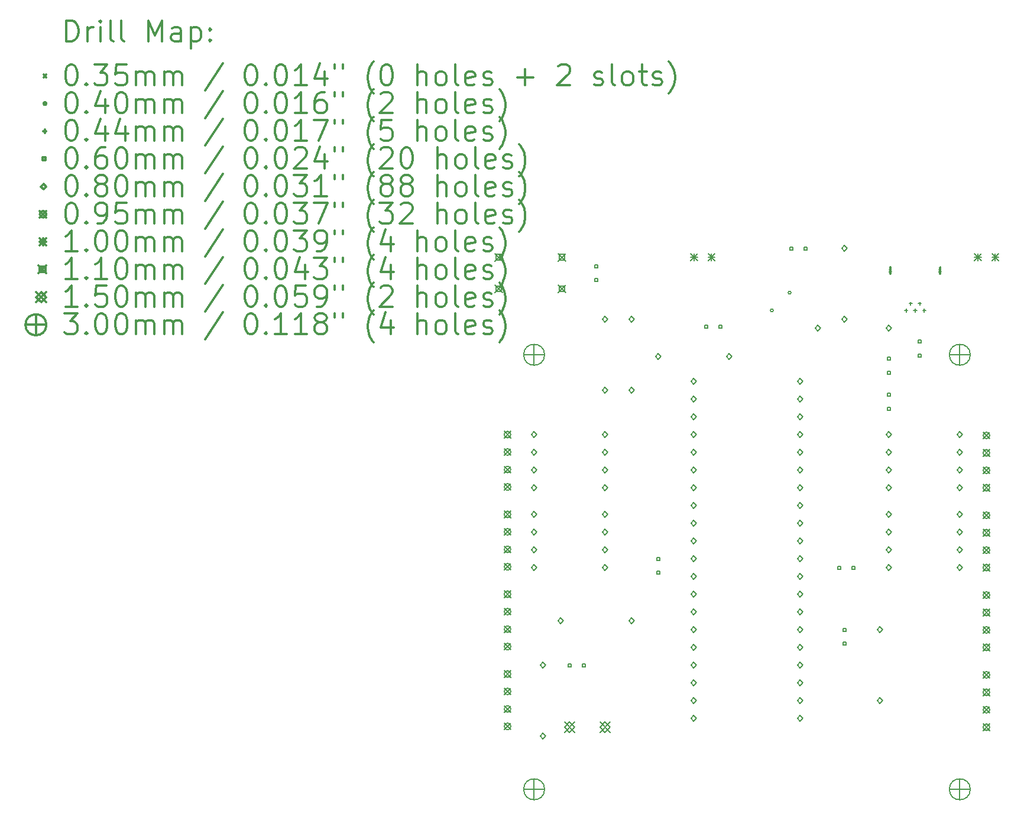
<source format=gbr>
%FSLAX45Y45*%
G04 Gerber Fmt 4.5, Leading zero omitted, Abs format (unit mm)*
G04 Created by KiCad (PCBNEW 5.1.0-060a0da~80~ubuntu16.04.1) date 2019-03-26 01:17:30*
%MOMM*%
%LPD*%
G04 APERTURE LIST*
%ADD10C,0.200000*%
%ADD11C,0.300000*%
G04 APERTURE END LIST*
D10*
X12068000Y-3729000D02*
X12103000Y-3764000D01*
X12103000Y-3729000D02*
X12068000Y-3764000D01*
X12093000Y-3796500D02*
X12093000Y-3696500D01*
X12078000Y-3796500D02*
X12078000Y-3696500D01*
X12093000Y-3696500D02*
G75*
G03X12078000Y-3696500I-7500J0D01*
G01*
X12078000Y-3796500D02*
G75*
G03X12093000Y-3796500I7500J0D01*
G01*
X12783000Y-3729000D02*
X12818000Y-3764000D01*
X12818000Y-3729000D02*
X12783000Y-3764000D01*
X12808000Y-3796500D02*
X12808000Y-3696500D01*
X12793000Y-3796500D02*
X12793000Y-3696500D01*
X12808000Y-3696500D02*
G75*
G03X12793000Y-3696500I-7500J0D01*
G01*
X12793000Y-3796500D02*
G75*
G03X12808000Y-3796500I7500J0D01*
G01*
X10408600Y-4318000D02*
G75*
G03X10408600Y-4318000I-20000J0D01*
G01*
X10662600Y-4064000D02*
G75*
G03X10662600Y-4064000I-20000J0D01*
G01*
X12313000Y-4296000D02*
X12313000Y-4340000D01*
X12291000Y-4318000D02*
X12335000Y-4318000D01*
X12378000Y-4196000D02*
X12378000Y-4240000D01*
X12356000Y-4218000D02*
X12400000Y-4218000D01*
X12443000Y-4296000D02*
X12443000Y-4340000D01*
X12421000Y-4318000D02*
X12465000Y-4318000D01*
X12508000Y-4196000D02*
X12508000Y-4240000D01*
X12486000Y-4218000D02*
X12530000Y-4218000D01*
X12573000Y-4296000D02*
X12573000Y-4340000D01*
X12551000Y-4318000D02*
X12595000Y-4318000D01*
X11451213Y-8911213D02*
X11451213Y-8868787D01*
X11408787Y-8868787D01*
X11408787Y-8911213D01*
X11451213Y-8911213D01*
X11451213Y-9111213D02*
X11451213Y-9068787D01*
X11408787Y-9068787D01*
X11408787Y-9111213D01*
X11451213Y-9111213D01*
X11378213Y-8022213D02*
X11378213Y-7979787D01*
X11335787Y-7979787D01*
X11335787Y-8022213D01*
X11378213Y-8022213D01*
X11578213Y-8022213D02*
X11578213Y-7979787D01*
X11535787Y-7979787D01*
X11535787Y-8022213D01*
X11578213Y-8022213D01*
X7895213Y-3704213D02*
X7895213Y-3661787D01*
X7852787Y-3661787D01*
X7852787Y-3704213D01*
X7895213Y-3704213D01*
X7895213Y-3904213D02*
X7895213Y-3861787D01*
X7852787Y-3861787D01*
X7852787Y-3904213D01*
X7895213Y-3904213D01*
X10689213Y-3450213D02*
X10689213Y-3407787D01*
X10646787Y-3407787D01*
X10646787Y-3450213D01*
X10689213Y-3450213D01*
X10889213Y-3450213D02*
X10889213Y-3407787D01*
X10846787Y-3407787D01*
X10846787Y-3450213D01*
X10889213Y-3450213D01*
X8784213Y-7895213D02*
X8784213Y-7852787D01*
X8741787Y-7852787D01*
X8741787Y-7895213D01*
X8784213Y-7895213D01*
X8784213Y-8095213D02*
X8784213Y-8052787D01*
X8741787Y-8052787D01*
X8741787Y-8095213D01*
X8784213Y-8095213D01*
X9473213Y-4567813D02*
X9473213Y-4525387D01*
X9430787Y-4525387D01*
X9430787Y-4567813D01*
X9473213Y-4567813D01*
X9673213Y-4567813D02*
X9673213Y-4525387D01*
X9630787Y-4525387D01*
X9630787Y-4567813D01*
X9673213Y-4567813D01*
X12086213Y-5545713D02*
X12086213Y-5503287D01*
X12043787Y-5503287D01*
X12043787Y-5545713D01*
X12086213Y-5545713D01*
X12086213Y-5745713D02*
X12086213Y-5703287D01*
X12043787Y-5703287D01*
X12043787Y-5745713D01*
X12086213Y-5745713D01*
X12086213Y-5028213D02*
X12086213Y-4985787D01*
X12043787Y-4985787D01*
X12043787Y-5028213D01*
X12086213Y-5028213D01*
X12086213Y-5228213D02*
X12086213Y-5185787D01*
X12043787Y-5185787D01*
X12043787Y-5228213D01*
X12086213Y-5228213D01*
X7514213Y-9419213D02*
X7514213Y-9376787D01*
X7471787Y-9376787D01*
X7471787Y-9419213D01*
X7514213Y-9419213D01*
X7714213Y-9419213D02*
X7714213Y-9376787D01*
X7671787Y-9376787D01*
X7671787Y-9419213D01*
X7714213Y-9419213D01*
X12530713Y-4783713D02*
X12530713Y-4741287D01*
X12488287Y-4741287D01*
X12488287Y-4783713D01*
X12530713Y-4783713D01*
X12530713Y-4983713D02*
X12530713Y-4941287D01*
X12488287Y-4941287D01*
X12488287Y-4983713D01*
X12530713Y-4983713D01*
X6985000Y-6644000D02*
X7025000Y-6604000D01*
X6985000Y-6564000D01*
X6945000Y-6604000D01*
X6985000Y-6644000D01*
X8001000Y-6644000D02*
X8041000Y-6604000D01*
X8001000Y-6564000D01*
X7961000Y-6604000D01*
X8001000Y-6644000D01*
X12065000Y-6644000D02*
X12105000Y-6604000D01*
X12065000Y-6564000D01*
X12025000Y-6604000D01*
X12065000Y-6644000D01*
X13081000Y-6644000D02*
X13121000Y-6604000D01*
X13081000Y-6564000D01*
X13041000Y-6604000D01*
X13081000Y-6644000D01*
X6985000Y-7787000D02*
X7025000Y-7747000D01*
X6985000Y-7707000D01*
X6945000Y-7747000D01*
X6985000Y-7787000D01*
X8001000Y-7787000D02*
X8041000Y-7747000D01*
X8001000Y-7707000D01*
X7961000Y-7747000D01*
X8001000Y-7787000D01*
X12065000Y-7279000D02*
X12105000Y-7239000D01*
X12065000Y-7199000D01*
X12025000Y-7239000D01*
X12065000Y-7279000D01*
X13081000Y-7279000D02*
X13121000Y-7239000D01*
X13081000Y-7199000D01*
X13041000Y-7239000D01*
X13081000Y-7279000D01*
X12065000Y-7787000D02*
X12105000Y-7747000D01*
X12065000Y-7707000D01*
X12025000Y-7747000D01*
X12065000Y-7787000D01*
X13081000Y-7787000D02*
X13121000Y-7747000D01*
X13081000Y-7707000D01*
X13041000Y-7747000D01*
X13081000Y-7787000D01*
X11938000Y-8930000D02*
X11978000Y-8890000D01*
X11938000Y-8850000D01*
X11898000Y-8890000D01*
X11938000Y-8930000D01*
X11938000Y-9946000D02*
X11978000Y-9906000D01*
X11938000Y-9866000D01*
X11898000Y-9906000D01*
X11938000Y-9946000D01*
X12065000Y-8041000D02*
X12105000Y-8001000D01*
X12065000Y-7961000D01*
X12025000Y-8001000D01*
X12065000Y-8041000D01*
X13081000Y-8041000D02*
X13121000Y-8001000D01*
X13081000Y-7961000D01*
X13041000Y-8001000D01*
X13081000Y-8041000D01*
X12065000Y-6136000D02*
X12105000Y-6096000D01*
X12065000Y-6056000D01*
X12025000Y-6096000D01*
X12065000Y-6136000D01*
X13081000Y-6136000D02*
X13121000Y-6096000D01*
X13081000Y-6056000D01*
X13041000Y-6096000D01*
X13081000Y-6136000D01*
X6985000Y-7533000D02*
X7025000Y-7493000D01*
X6985000Y-7453000D01*
X6945000Y-7493000D01*
X6985000Y-7533000D01*
X8001000Y-7533000D02*
X8041000Y-7493000D01*
X8001000Y-7453000D01*
X7961000Y-7493000D01*
X8001000Y-7533000D01*
X12065000Y-7533000D02*
X12105000Y-7493000D01*
X12065000Y-7453000D01*
X12025000Y-7493000D01*
X12065000Y-7533000D01*
X13081000Y-7533000D02*
X13121000Y-7493000D01*
X13081000Y-7453000D01*
X13041000Y-7493000D01*
X13081000Y-7533000D01*
X8382000Y-4485000D02*
X8422000Y-4445000D01*
X8382000Y-4405000D01*
X8342000Y-4445000D01*
X8382000Y-4485000D01*
X8382000Y-5501000D02*
X8422000Y-5461000D01*
X8382000Y-5421000D01*
X8342000Y-5461000D01*
X8382000Y-5501000D01*
X8763000Y-5018400D02*
X8803000Y-4978400D01*
X8763000Y-4938400D01*
X8723000Y-4978400D01*
X8763000Y-5018400D01*
X9779000Y-5018400D02*
X9819000Y-4978400D01*
X9779000Y-4938400D01*
X9739000Y-4978400D01*
X9779000Y-5018400D01*
X12065000Y-6390000D02*
X12105000Y-6350000D01*
X12065000Y-6310000D01*
X12025000Y-6350000D01*
X12065000Y-6390000D01*
X13081000Y-6390000D02*
X13121000Y-6350000D01*
X13081000Y-6310000D01*
X13041000Y-6350000D01*
X13081000Y-6390000D01*
X9271000Y-5374000D02*
X9311000Y-5334000D01*
X9271000Y-5294000D01*
X9231000Y-5334000D01*
X9271000Y-5374000D01*
X9271000Y-5628000D02*
X9311000Y-5588000D01*
X9271000Y-5548000D01*
X9231000Y-5588000D01*
X9271000Y-5628000D01*
X9271000Y-5882000D02*
X9311000Y-5842000D01*
X9271000Y-5802000D01*
X9231000Y-5842000D01*
X9271000Y-5882000D01*
X9271000Y-6136000D02*
X9311000Y-6096000D01*
X9271000Y-6056000D01*
X9231000Y-6096000D01*
X9271000Y-6136000D01*
X9271000Y-6390000D02*
X9311000Y-6350000D01*
X9271000Y-6310000D01*
X9231000Y-6350000D01*
X9271000Y-6390000D01*
X9271000Y-6644000D02*
X9311000Y-6604000D01*
X9271000Y-6564000D01*
X9231000Y-6604000D01*
X9271000Y-6644000D01*
X9271000Y-6898000D02*
X9311000Y-6858000D01*
X9271000Y-6818000D01*
X9231000Y-6858000D01*
X9271000Y-6898000D01*
X9271000Y-7152000D02*
X9311000Y-7112000D01*
X9271000Y-7072000D01*
X9231000Y-7112000D01*
X9271000Y-7152000D01*
X9271000Y-7406000D02*
X9311000Y-7366000D01*
X9271000Y-7326000D01*
X9231000Y-7366000D01*
X9271000Y-7406000D01*
X9271000Y-7660000D02*
X9311000Y-7620000D01*
X9271000Y-7580000D01*
X9231000Y-7620000D01*
X9271000Y-7660000D01*
X9271000Y-7914000D02*
X9311000Y-7874000D01*
X9271000Y-7834000D01*
X9231000Y-7874000D01*
X9271000Y-7914000D01*
X9271000Y-8168000D02*
X9311000Y-8128000D01*
X9271000Y-8088000D01*
X9231000Y-8128000D01*
X9271000Y-8168000D01*
X9271000Y-8422000D02*
X9311000Y-8382000D01*
X9271000Y-8342000D01*
X9231000Y-8382000D01*
X9271000Y-8422000D01*
X9271000Y-8676000D02*
X9311000Y-8636000D01*
X9271000Y-8596000D01*
X9231000Y-8636000D01*
X9271000Y-8676000D01*
X9271000Y-8930000D02*
X9311000Y-8890000D01*
X9271000Y-8850000D01*
X9231000Y-8890000D01*
X9271000Y-8930000D01*
X9271000Y-9184000D02*
X9311000Y-9144000D01*
X9271000Y-9104000D01*
X9231000Y-9144000D01*
X9271000Y-9184000D01*
X9271000Y-9438000D02*
X9311000Y-9398000D01*
X9271000Y-9358000D01*
X9231000Y-9398000D01*
X9271000Y-9438000D01*
X9271000Y-9692000D02*
X9311000Y-9652000D01*
X9271000Y-9612000D01*
X9231000Y-9652000D01*
X9271000Y-9692000D01*
X9271000Y-9946000D02*
X9311000Y-9906000D01*
X9271000Y-9866000D01*
X9231000Y-9906000D01*
X9271000Y-9946000D01*
X9271000Y-10200000D02*
X9311000Y-10160000D01*
X9271000Y-10120000D01*
X9231000Y-10160000D01*
X9271000Y-10200000D01*
X10795000Y-5374000D02*
X10835000Y-5334000D01*
X10795000Y-5294000D01*
X10755000Y-5334000D01*
X10795000Y-5374000D01*
X10795000Y-5628000D02*
X10835000Y-5588000D01*
X10795000Y-5548000D01*
X10755000Y-5588000D01*
X10795000Y-5628000D01*
X10795000Y-5882000D02*
X10835000Y-5842000D01*
X10795000Y-5802000D01*
X10755000Y-5842000D01*
X10795000Y-5882000D01*
X10795000Y-6136000D02*
X10835000Y-6096000D01*
X10795000Y-6056000D01*
X10755000Y-6096000D01*
X10795000Y-6136000D01*
X10795000Y-6390000D02*
X10835000Y-6350000D01*
X10795000Y-6310000D01*
X10755000Y-6350000D01*
X10795000Y-6390000D01*
X10795000Y-6644000D02*
X10835000Y-6604000D01*
X10795000Y-6564000D01*
X10755000Y-6604000D01*
X10795000Y-6644000D01*
X10795000Y-6898000D02*
X10835000Y-6858000D01*
X10795000Y-6818000D01*
X10755000Y-6858000D01*
X10795000Y-6898000D01*
X10795000Y-7152000D02*
X10835000Y-7112000D01*
X10795000Y-7072000D01*
X10755000Y-7112000D01*
X10795000Y-7152000D01*
X10795000Y-7406000D02*
X10835000Y-7366000D01*
X10795000Y-7326000D01*
X10755000Y-7366000D01*
X10795000Y-7406000D01*
X10795000Y-7660000D02*
X10835000Y-7620000D01*
X10795000Y-7580000D01*
X10755000Y-7620000D01*
X10795000Y-7660000D01*
X10795000Y-7914000D02*
X10835000Y-7874000D01*
X10795000Y-7834000D01*
X10755000Y-7874000D01*
X10795000Y-7914000D01*
X10795000Y-8168000D02*
X10835000Y-8128000D01*
X10795000Y-8088000D01*
X10755000Y-8128000D01*
X10795000Y-8168000D01*
X10795000Y-8422000D02*
X10835000Y-8382000D01*
X10795000Y-8342000D01*
X10755000Y-8382000D01*
X10795000Y-8422000D01*
X10795000Y-8676000D02*
X10835000Y-8636000D01*
X10795000Y-8596000D01*
X10755000Y-8636000D01*
X10795000Y-8676000D01*
X10795000Y-8930000D02*
X10835000Y-8890000D01*
X10795000Y-8850000D01*
X10755000Y-8890000D01*
X10795000Y-8930000D01*
X10795000Y-9184000D02*
X10835000Y-9144000D01*
X10795000Y-9104000D01*
X10755000Y-9144000D01*
X10795000Y-9184000D01*
X10795000Y-9438000D02*
X10835000Y-9398000D01*
X10795000Y-9358000D01*
X10755000Y-9398000D01*
X10795000Y-9438000D01*
X10795000Y-9692000D02*
X10835000Y-9652000D01*
X10795000Y-9612000D01*
X10755000Y-9652000D01*
X10795000Y-9692000D01*
X10795000Y-9946000D02*
X10835000Y-9906000D01*
X10795000Y-9866000D01*
X10755000Y-9906000D01*
X10795000Y-9946000D01*
X10795000Y-10200000D02*
X10835000Y-10160000D01*
X10795000Y-10120000D01*
X10755000Y-10160000D01*
X10795000Y-10200000D01*
X7366000Y-8803000D02*
X7406000Y-8763000D01*
X7366000Y-8723000D01*
X7326000Y-8763000D01*
X7366000Y-8803000D01*
X8382000Y-8803000D02*
X8422000Y-8763000D01*
X8382000Y-8723000D01*
X8342000Y-8763000D01*
X8382000Y-8803000D01*
X8001000Y-4485000D02*
X8041000Y-4445000D01*
X8001000Y-4405000D01*
X7961000Y-4445000D01*
X8001000Y-4485000D01*
X8001000Y-5501000D02*
X8041000Y-5461000D01*
X8001000Y-5421000D01*
X7961000Y-5461000D01*
X8001000Y-5501000D01*
X6985000Y-6898000D02*
X7025000Y-6858000D01*
X6985000Y-6818000D01*
X6945000Y-6858000D01*
X6985000Y-6898000D01*
X8001000Y-6898000D02*
X8041000Y-6858000D01*
X8001000Y-6818000D01*
X7961000Y-6858000D01*
X8001000Y-6898000D01*
X6985000Y-6390000D02*
X7025000Y-6350000D01*
X6985000Y-6310000D01*
X6945000Y-6350000D01*
X6985000Y-6390000D01*
X8001000Y-6390000D02*
X8041000Y-6350000D01*
X8001000Y-6310000D01*
X7961000Y-6350000D01*
X8001000Y-6390000D01*
X11430000Y-3469000D02*
X11470000Y-3429000D01*
X11430000Y-3389000D01*
X11390000Y-3429000D01*
X11430000Y-3469000D01*
X11430000Y-4485000D02*
X11470000Y-4445000D01*
X11430000Y-4405000D01*
X11390000Y-4445000D01*
X11430000Y-4485000D01*
X11049000Y-4612000D02*
X11089000Y-4572000D01*
X11049000Y-4532000D01*
X11009000Y-4572000D01*
X11049000Y-4612000D01*
X12065000Y-4612000D02*
X12105000Y-4572000D01*
X12065000Y-4532000D01*
X12025000Y-4572000D01*
X12065000Y-4612000D01*
X6985000Y-7279000D02*
X7025000Y-7239000D01*
X6985000Y-7199000D01*
X6945000Y-7239000D01*
X6985000Y-7279000D01*
X8001000Y-7279000D02*
X8041000Y-7239000D01*
X8001000Y-7199000D01*
X7961000Y-7239000D01*
X8001000Y-7279000D01*
X7112000Y-9438000D02*
X7152000Y-9398000D01*
X7112000Y-9358000D01*
X7072000Y-9398000D01*
X7112000Y-9438000D01*
X7112000Y-10454000D02*
X7152000Y-10414000D01*
X7112000Y-10374000D01*
X7072000Y-10414000D01*
X7112000Y-10454000D01*
X6985000Y-8041000D02*
X7025000Y-8001000D01*
X6985000Y-7961000D01*
X6945000Y-8001000D01*
X6985000Y-8041000D01*
X8001000Y-8041000D02*
X8041000Y-8001000D01*
X8001000Y-7961000D01*
X7961000Y-8001000D01*
X8001000Y-8041000D01*
X12065000Y-6898000D02*
X12105000Y-6858000D01*
X12065000Y-6818000D01*
X12025000Y-6858000D01*
X12065000Y-6898000D01*
X13081000Y-6898000D02*
X13121000Y-6858000D01*
X13081000Y-6818000D01*
X13041000Y-6858000D01*
X13081000Y-6898000D01*
X6985000Y-6136000D02*
X7025000Y-6096000D01*
X6985000Y-6056000D01*
X6945000Y-6096000D01*
X6985000Y-6136000D01*
X8001000Y-6136000D02*
X8041000Y-6096000D01*
X8001000Y-6056000D01*
X7961000Y-6096000D01*
X8001000Y-6136000D01*
X6556500Y-8334500D02*
X6651500Y-8429500D01*
X6651500Y-8334500D02*
X6556500Y-8429500D01*
X6651500Y-8382000D02*
G75*
G03X6651500Y-8382000I-47500J0D01*
G01*
X6556500Y-8584500D02*
X6651500Y-8679500D01*
X6651500Y-8584500D02*
X6556500Y-8679500D01*
X6651500Y-8632000D02*
G75*
G03X6651500Y-8632000I-47500J0D01*
G01*
X6556500Y-8834500D02*
X6651500Y-8929500D01*
X6651500Y-8834500D02*
X6556500Y-8929500D01*
X6651500Y-8882000D02*
G75*
G03X6651500Y-8882000I-47500J0D01*
G01*
X6556500Y-9084500D02*
X6651500Y-9179500D01*
X6651500Y-9084500D02*
X6556500Y-9179500D01*
X6651500Y-9132000D02*
G75*
G03X6651500Y-9132000I-47500J0D01*
G01*
X6556500Y-9477500D02*
X6651500Y-9572500D01*
X6651500Y-9477500D02*
X6556500Y-9572500D01*
X6651500Y-9525000D02*
G75*
G03X6651500Y-9525000I-47500J0D01*
G01*
X6556500Y-9727500D02*
X6651500Y-9822500D01*
X6651500Y-9727500D02*
X6556500Y-9822500D01*
X6651500Y-9775000D02*
G75*
G03X6651500Y-9775000I-47500J0D01*
G01*
X6556500Y-9977500D02*
X6651500Y-10072500D01*
X6651500Y-9977500D02*
X6556500Y-10072500D01*
X6651500Y-10025000D02*
G75*
G03X6651500Y-10025000I-47500J0D01*
G01*
X6556500Y-10227500D02*
X6651500Y-10322500D01*
X6651500Y-10227500D02*
X6556500Y-10322500D01*
X6651500Y-10275000D02*
G75*
G03X6651500Y-10275000I-47500J0D01*
G01*
X13414500Y-6060500D02*
X13509500Y-6155500D01*
X13509500Y-6060500D02*
X13414500Y-6155500D01*
X13509500Y-6108000D02*
G75*
G03X13509500Y-6108000I-47500J0D01*
G01*
X13414500Y-6310500D02*
X13509500Y-6405500D01*
X13509500Y-6310500D02*
X13414500Y-6405500D01*
X13509500Y-6358000D02*
G75*
G03X13509500Y-6358000I-47500J0D01*
G01*
X13414500Y-6560500D02*
X13509500Y-6655500D01*
X13509500Y-6560500D02*
X13414500Y-6655500D01*
X13509500Y-6608000D02*
G75*
G03X13509500Y-6608000I-47500J0D01*
G01*
X13414500Y-6810500D02*
X13509500Y-6905500D01*
X13509500Y-6810500D02*
X13414500Y-6905500D01*
X13509500Y-6858000D02*
G75*
G03X13509500Y-6858000I-47500J0D01*
G01*
X13414500Y-9489500D02*
X13509500Y-9584500D01*
X13509500Y-9489500D02*
X13414500Y-9584500D01*
X13509500Y-9537000D02*
G75*
G03X13509500Y-9537000I-47500J0D01*
G01*
X13414500Y-9739500D02*
X13509500Y-9834500D01*
X13509500Y-9739500D02*
X13414500Y-9834500D01*
X13509500Y-9787000D02*
G75*
G03X13509500Y-9787000I-47500J0D01*
G01*
X13414500Y-9989500D02*
X13509500Y-10084500D01*
X13509500Y-9989500D02*
X13414500Y-10084500D01*
X13509500Y-10037000D02*
G75*
G03X13509500Y-10037000I-47500J0D01*
G01*
X13414500Y-10239500D02*
X13509500Y-10334500D01*
X13509500Y-10239500D02*
X13414500Y-10334500D01*
X13509500Y-10287000D02*
G75*
G03X13509500Y-10287000I-47500J0D01*
G01*
X6556500Y-6048500D02*
X6651500Y-6143500D01*
X6651500Y-6048500D02*
X6556500Y-6143500D01*
X6651500Y-6096000D02*
G75*
G03X6651500Y-6096000I-47500J0D01*
G01*
X6556500Y-6298500D02*
X6651500Y-6393500D01*
X6651500Y-6298500D02*
X6556500Y-6393500D01*
X6651500Y-6346000D02*
G75*
G03X6651500Y-6346000I-47500J0D01*
G01*
X6556500Y-6548500D02*
X6651500Y-6643500D01*
X6651500Y-6548500D02*
X6556500Y-6643500D01*
X6651500Y-6596000D02*
G75*
G03X6651500Y-6596000I-47500J0D01*
G01*
X6556500Y-6798500D02*
X6651500Y-6893500D01*
X6651500Y-6798500D02*
X6556500Y-6893500D01*
X6651500Y-6846000D02*
G75*
G03X6651500Y-6846000I-47500J0D01*
G01*
X13414500Y-8346500D02*
X13509500Y-8441500D01*
X13509500Y-8346500D02*
X13414500Y-8441500D01*
X13509500Y-8394000D02*
G75*
G03X13509500Y-8394000I-47500J0D01*
G01*
X13414500Y-8596500D02*
X13509500Y-8691500D01*
X13509500Y-8596500D02*
X13414500Y-8691500D01*
X13509500Y-8644000D02*
G75*
G03X13509500Y-8644000I-47500J0D01*
G01*
X13414500Y-8846500D02*
X13509500Y-8941500D01*
X13509500Y-8846500D02*
X13414500Y-8941500D01*
X13509500Y-8894000D02*
G75*
G03X13509500Y-8894000I-47500J0D01*
G01*
X13414500Y-9096500D02*
X13509500Y-9191500D01*
X13509500Y-9096500D02*
X13414500Y-9191500D01*
X13509500Y-9144000D02*
G75*
G03X13509500Y-9144000I-47500J0D01*
G01*
X13414500Y-7203500D02*
X13509500Y-7298500D01*
X13509500Y-7203500D02*
X13414500Y-7298500D01*
X13509500Y-7251000D02*
G75*
G03X13509500Y-7251000I-47500J0D01*
G01*
X13414500Y-7453500D02*
X13509500Y-7548500D01*
X13509500Y-7453500D02*
X13414500Y-7548500D01*
X13509500Y-7501000D02*
G75*
G03X13509500Y-7501000I-47500J0D01*
G01*
X13414500Y-7703500D02*
X13509500Y-7798500D01*
X13509500Y-7703500D02*
X13414500Y-7798500D01*
X13509500Y-7751000D02*
G75*
G03X13509500Y-7751000I-47500J0D01*
G01*
X13414500Y-7953500D02*
X13509500Y-8048500D01*
X13509500Y-7953500D02*
X13414500Y-8048500D01*
X13509500Y-8001000D02*
G75*
G03X13509500Y-8001000I-47500J0D01*
G01*
X6556500Y-7191500D02*
X6651500Y-7286500D01*
X6651500Y-7191500D02*
X6556500Y-7286500D01*
X6651500Y-7239000D02*
G75*
G03X6651500Y-7239000I-47500J0D01*
G01*
X6556500Y-7441500D02*
X6651500Y-7536500D01*
X6651500Y-7441500D02*
X6556500Y-7536500D01*
X6651500Y-7489000D02*
G75*
G03X6651500Y-7489000I-47500J0D01*
G01*
X6556500Y-7691500D02*
X6651500Y-7786500D01*
X6651500Y-7691500D02*
X6556500Y-7786500D01*
X6651500Y-7739000D02*
G75*
G03X6651500Y-7739000I-47500J0D01*
G01*
X6556500Y-7941500D02*
X6651500Y-8036500D01*
X6651500Y-7941500D02*
X6556500Y-8036500D01*
X6651500Y-7989000D02*
G75*
G03X6651500Y-7989000I-47500J0D01*
G01*
X9225000Y-3506000D02*
X9325000Y-3606000D01*
X9325000Y-3506000D02*
X9225000Y-3606000D01*
X9275000Y-3506000D02*
X9275000Y-3606000D01*
X9225000Y-3556000D02*
X9325000Y-3556000D01*
X9475000Y-3506000D02*
X9575000Y-3606000D01*
X9575000Y-3506000D02*
X9475000Y-3606000D01*
X9525000Y-3506000D02*
X9525000Y-3606000D01*
X9475000Y-3556000D02*
X9575000Y-3556000D01*
X13289000Y-3506000D02*
X13389000Y-3606000D01*
X13389000Y-3506000D02*
X13289000Y-3606000D01*
X13339000Y-3506000D02*
X13339000Y-3606000D01*
X13289000Y-3556000D02*
X13389000Y-3556000D01*
X13539000Y-3506000D02*
X13639000Y-3606000D01*
X13639000Y-3506000D02*
X13539000Y-3606000D01*
X13589000Y-3506000D02*
X13589000Y-3606000D01*
X13539000Y-3556000D02*
X13639000Y-3556000D01*
X6422000Y-3501000D02*
X6532000Y-3611000D01*
X6532000Y-3501000D02*
X6422000Y-3611000D01*
X6515891Y-3594891D02*
X6515891Y-3517109D01*
X6438109Y-3517109D01*
X6438109Y-3594891D01*
X6515891Y-3594891D01*
X6422000Y-3951000D02*
X6532000Y-4061000D01*
X6532000Y-3951000D02*
X6422000Y-4061000D01*
X6515891Y-4044891D02*
X6515891Y-3967109D01*
X6438109Y-3967109D01*
X6438109Y-4044891D01*
X6515891Y-4044891D01*
X7326000Y-3501000D02*
X7436000Y-3611000D01*
X7436000Y-3501000D02*
X7326000Y-3611000D01*
X7419891Y-3594891D02*
X7419891Y-3517109D01*
X7342109Y-3517109D01*
X7342109Y-3594891D01*
X7419891Y-3594891D01*
X7326000Y-3951000D02*
X7436000Y-4061000D01*
X7436000Y-3951000D02*
X7326000Y-4061000D01*
X7419891Y-4044891D02*
X7419891Y-3967109D01*
X7342109Y-3967109D01*
X7342109Y-4044891D01*
X7419891Y-4044891D01*
X7417943Y-10211943D02*
X7568057Y-10362057D01*
X7568057Y-10211943D02*
X7417943Y-10362057D01*
X7493000Y-10362057D02*
X7568057Y-10287000D01*
X7493000Y-10211943D01*
X7417943Y-10287000D01*
X7493000Y-10362057D01*
X7925943Y-10211943D02*
X8076057Y-10362057D01*
X8076057Y-10211943D02*
X7925943Y-10362057D01*
X8001000Y-10362057D02*
X8076057Y-10287000D01*
X8001000Y-10211943D01*
X7925943Y-10287000D01*
X8001000Y-10362057D01*
X13081000Y-4803000D02*
X13081000Y-5103000D01*
X12931000Y-4953000D02*
X13231000Y-4953000D01*
X13231000Y-4953000D02*
G75*
G03X13231000Y-4953000I-150000J0D01*
G01*
X13081000Y-11026000D02*
X13081000Y-11326000D01*
X12931000Y-11176000D02*
X13231000Y-11176000D01*
X13231000Y-11176000D02*
G75*
G03X13231000Y-11176000I-150000J0D01*
G01*
X6985000Y-11026000D02*
X6985000Y-11326000D01*
X6835000Y-11176000D02*
X7135000Y-11176000D01*
X7135000Y-11176000D02*
G75*
G03X7135000Y-11176000I-150000J0D01*
G01*
X6985000Y-4803000D02*
X6985000Y-5103000D01*
X6835000Y-4953000D02*
X7135000Y-4953000D01*
X7135000Y-4953000D02*
G75*
G03X7135000Y-4953000I-150000J0D01*
G01*
D11*
X286429Y-465714D02*
X286429Y-165714D01*
X357857Y-165714D01*
X400714Y-180000D01*
X429286Y-208571D01*
X443571Y-237143D01*
X457857Y-294286D01*
X457857Y-337143D01*
X443571Y-394286D01*
X429286Y-422857D01*
X400714Y-451428D01*
X357857Y-465714D01*
X286429Y-465714D01*
X586429Y-465714D02*
X586429Y-265714D01*
X586429Y-322857D02*
X600714Y-294286D01*
X615000Y-280000D01*
X643571Y-265714D01*
X672143Y-265714D01*
X772143Y-465714D02*
X772143Y-265714D01*
X772143Y-165714D02*
X757857Y-180000D01*
X772143Y-194286D01*
X786428Y-180000D01*
X772143Y-165714D01*
X772143Y-194286D01*
X957857Y-465714D02*
X929286Y-451428D01*
X915000Y-422857D01*
X915000Y-165714D01*
X1115000Y-465714D02*
X1086429Y-451428D01*
X1072143Y-422857D01*
X1072143Y-165714D01*
X1457857Y-465714D02*
X1457857Y-165714D01*
X1557857Y-380000D01*
X1657857Y-165714D01*
X1657857Y-465714D01*
X1929286Y-465714D02*
X1929286Y-308571D01*
X1915000Y-280000D01*
X1886428Y-265714D01*
X1829286Y-265714D01*
X1800714Y-280000D01*
X1929286Y-451428D02*
X1900714Y-465714D01*
X1829286Y-465714D01*
X1800714Y-451428D01*
X1786428Y-422857D01*
X1786428Y-394286D01*
X1800714Y-365714D01*
X1829286Y-351428D01*
X1900714Y-351428D01*
X1929286Y-337143D01*
X2072143Y-265714D02*
X2072143Y-565714D01*
X2072143Y-280000D02*
X2100714Y-265714D01*
X2157857Y-265714D01*
X2186429Y-280000D01*
X2200714Y-294286D01*
X2215000Y-322857D01*
X2215000Y-408571D01*
X2200714Y-437143D01*
X2186429Y-451428D01*
X2157857Y-465714D01*
X2100714Y-465714D01*
X2072143Y-451428D01*
X2343571Y-437143D02*
X2357857Y-451428D01*
X2343571Y-465714D01*
X2329286Y-451428D01*
X2343571Y-437143D01*
X2343571Y-465714D01*
X2343571Y-280000D02*
X2357857Y-294286D01*
X2343571Y-308571D01*
X2329286Y-294286D01*
X2343571Y-280000D01*
X2343571Y-308571D01*
X-35000Y-942500D02*
X0Y-977500D01*
X0Y-942500D02*
X-35000Y-977500D01*
X343571Y-795714D02*
X372143Y-795714D01*
X400714Y-810000D01*
X415000Y-824286D01*
X429286Y-852857D01*
X443571Y-910000D01*
X443571Y-981428D01*
X429286Y-1038571D01*
X415000Y-1067143D01*
X400714Y-1081429D01*
X372143Y-1095714D01*
X343571Y-1095714D01*
X315000Y-1081429D01*
X300714Y-1067143D01*
X286429Y-1038571D01*
X272143Y-981428D01*
X272143Y-910000D01*
X286429Y-852857D01*
X300714Y-824286D01*
X315000Y-810000D01*
X343571Y-795714D01*
X572143Y-1067143D02*
X586429Y-1081429D01*
X572143Y-1095714D01*
X557857Y-1081429D01*
X572143Y-1067143D01*
X572143Y-1095714D01*
X686429Y-795714D02*
X872143Y-795714D01*
X772143Y-910000D01*
X815000Y-910000D01*
X843571Y-924286D01*
X857857Y-938571D01*
X872143Y-967143D01*
X872143Y-1038571D01*
X857857Y-1067143D01*
X843571Y-1081429D01*
X815000Y-1095714D01*
X729286Y-1095714D01*
X700714Y-1081429D01*
X686429Y-1067143D01*
X1143571Y-795714D02*
X1000714Y-795714D01*
X986428Y-938571D01*
X1000714Y-924286D01*
X1029286Y-910000D01*
X1100714Y-910000D01*
X1129286Y-924286D01*
X1143571Y-938571D01*
X1157857Y-967143D01*
X1157857Y-1038571D01*
X1143571Y-1067143D01*
X1129286Y-1081429D01*
X1100714Y-1095714D01*
X1029286Y-1095714D01*
X1000714Y-1081429D01*
X986428Y-1067143D01*
X1286429Y-1095714D02*
X1286429Y-895714D01*
X1286429Y-924286D02*
X1300714Y-910000D01*
X1329286Y-895714D01*
X1372143Y-895714D01*
X1400714Y-910000D01*
X1415000Y-938571D01*
X1415000Y-1095714D01*
X1415000Y-938571D02*
X1429286Y-910000D01*
X1457857Y-895714D01*
X1500714Y-895714D01*
X1529286Y-910000D01*
X1543571Y-938571D01*
X1543571Y-1095714D01*
X1686428Y-1095714D02*
X1686428Y-895714D01*
X1686428Y-924286D02*
X1700714Y-910000D01*
X1729286Y-895714D01*
X1772143Y-895714D01*
X1800714Y-910000D01*
X1815000Y-938571D01*
X1815000Y-1095714D01*
X1815000Y-938571D02*
X1829286Y-910000D01*
X1857857Y-895714D01*
X1900714Y-895714D01*
X1929286Y-910000D01*
X1943571Y-938571D01*
X1943571Y-1095714D01*
X2529286Y-781428D02*
X2272143Y-1167143D01*
X2915000Y-795714D02*
X2943571Y-795714D01*
X2972143Y-810000D01*
X2986428Y-824286D01*
X3000714Y-852857D01*
X3015000Y-910000D01*
X3015000Y-981428D01*
X3000714Y-1038571D01*
X2986428Y-1067143D01*
X2972143Y-1081429D01*
X2943571Y-1095714D01*
X2915000Y-1095714D01*
X2886428Y-1081429D01*
X2872143Y-1067143D01*
X2857857Y-1038571D01*
X2843571Y-981428D01*
X2843571Y-910000D01*
X2857857Y-852857D01*
X2872143Y-824286D01*
X2886428Y-810000D01*
X2915000Y-795714D01*
X3143571Y-1067143D02*
X3157857Y-1081429D01*
X3143571Y-1095714D01*
X3129286Y-1081429D01*
X3143571Y-1067143D01*
X3143571Y-1095714D01*
X3343571Y-795714D02*
X3372143Y-795714D01*
X3400714Y-810000D01*
X3415000Y-824286D01*
X3429286Y-852857D01*
X3443571Y-910000D01*
X3443571Y-981428D01*
X3429286Y-1038571D01*
X3415000Y-1067143D01*
X3400714Y-1081429D01*
X3372143Y-1095714D01*
X3343571Y-1095714D01*
X3315000Y-1081429D01*
X3300714Y-1067143D01*
X3286428Y-1038571D01*
X3272143Y-981428D01*
X3272143Y-910000D01*
X3286428Y-852857D01*
X3300714Y-824286D01*
X3315000Y-810000D01*
X3343571Y-795714D01*
X3729286Y-1095714D02*
X3557857Y-1095714D01*
X3643571Y-1095714D02*
X3643571Y-795714D01*
X3615000Y-838571D01*
X3586428Y-867143D01*
X3557857Y-881428D01*
X3986428Y-895714D02*
X3986428Y-1095714D01*
X3915000Y-781428D02*
X3843571Y-995714D01*
X4029286Y-995714D01*
X4129286Y-795714D02*
X4129286Y-852857D01*
X4243571Y-795714D02*
X4243571Y-852857D01*
X4686429Y-1210000D02*
X4672143Y-1195714D01*
X4643571Y-1152857D01*
X4629286Y-1124286D01*
X4615000Y-1081429D01*
X4600714Y-1010000D01*
X4600714Y-952857D01*
X4615000Y-881428D01*
X4629286Y-838571D01*
X4643571Y-810000D01*
X4672143Y-767143D01*
X4686429Y-752857D01*
X4857857Y-795714D02*
X4886429Y-795714D01*
X4915000Y-810000D01*
X4929286Y-824286D01*
X4943571Y-852857D01*
X4957857Y-910000D01*
X4957857Y-981428D01*
X4943571Y-1038571D01*
X4929286Y-1067143D01*
X4915000Y-1081429D01*
X4886429Y-1095714D01*
X4857857Y-1095714D01*
X4829286Y-1081429D01*
X4815000Y-1067143D01*
X4800714Y-1038571D01*
X4786429Y-981428D01*
X4786429Y-910000D01*
X4800714Y-852857D01*
X4815000Y-824286D01*
X4829286Y-810000D01*
X4857857Y-795714D01*
X5315000Y-1095714D02*
X5315000Y-795714D01*
X5443571Y-1095714D02*
X5443571Y-938571D01*
X5429286Y-910000D01*
X5400714Y-895714D01*
X5357857Y-895714D01*
X5329286Y-910000D01*
X5315000Y-924286D01*
X5629286Y-1095714D02*
X5600714Y-1081429D01*
X5586429Y-1067143D01*
X5572143Y-1038571D01*
X5572143Y-952857D01*
X5586429Y-924286D01*
X5600714Y-910000D01*
X5629286Y-895714D01*
X5672143Y-895714D01*
X5700714Y-910000D01*
X5715000Y-924286D01*
X5729286Y-952857D01*
X5729286Y-1038571D01*
X5715000Y-1067143D01*
X5700714Y-1081429D01*
X5672143Y-1095714D01*
X5629286Y-1095714D01*
X5900714Y-1095714D02*
X5872143Y-1081429D01*
X5857857Y-1052857D01*
X5857857Y-795714D01*
X6129286Y-1081429D02*
X6100714Y-1095714D01*
X6043571Y-1095714D01*
X6015000Y-1081429D01*
X6000714Y-1052857D01*
X6000714Y-938571D01*
X6015000Y-910000D01*
X6043571Y-895714D01*
X6100714Y-895714D01*
X6129286Y-910000D01*
X6143571Y-938571D01*
X6143571Y-967143D01*
X6000714Y-995714D01*
X6257857Y-1081429D02*
X6286428Y-1095714D01*
X6343571Y-1095714D01*
X6372143Y-1081429D01*
X6386428Y-1052857D01*
X6386428Y-1038571D01*
X6372143Y-1010000D01*
X6343571Y-995714D01*
X6300714Y-995714D01*
X6272143Y-981428D01*
X6257857Y-952857D01*
X6257857Y-938571D01*
X6272143Y-910000D01*
X6300714Y-895714D01*
X6343571Y-895714D01*
X6372143Y-910000D01*
X6743571Y-981428D02*
X6972143Y-981428D01*
X6857857Y-1095714D02*
X6857857Y-867143D01*
X7329286Y-824286D02*
X7343571Y-810000D01*
X7372143Y-795714D01*
X7443571Y-795714D01*
X7472143Y-810000D01*
X7486428Y-824286D01*
X7500714Y-852857D01*
X7500714Y-881428D01*
X7486428Y-924286D01*
X7315000Y-1095714D01*
X7500714Y-1095714D01*
X7843571Y-1081429D02*
X7872143Y-1095714D01*
X7929286Y-1095714D01*
X7957857Y-1081429D01*
X7972143Y-1052857D01*
X7972143Y-1038571D01*
X7957857Y-1010000D01*
X7929286Y-995714D01*
X7886428Y-995714D01*
X7857857Y-981428D01*
X7843571Y-952857D01*
X7843571Y-938571D01*
X7857857Y-910000D01*
X7886428Y-895714D01*
X7929286Y-895714D01*
X7957857Y-910000D01*
X8143571Y-1095714D02*
X8115000Y-1081429D01*
X8100714Y-1052857D01*
X8100714Y-795714D01*
X8300714Y-1095714D02*
X8272143Y-1081429D01*
X8257857Y-1067143D01*
X8243571Y-1038571D01*
X8243571Y-952857D01*
X8257857Y-924286D01*
X8272143Y-910000D01*
X8300714Y-895714D01*
X8343571Y-895714D01*
X8372143Y-910000D01*
X8386428Y-924286D01*
X8400714Y-952857D01*
X8400714Y-1038571D01*
X8386428Y-1067143D01*
X8372143Y-1081429D01*
X8343571Y-1095714D01*
X8300714Y-1095714D01*
X8486429Y-895714D02*
X8600714Y-895714D01*
X8529286Y-795714D02*
X8529286Y-1052857D01*
X8543571Y-1081429D01*
X8572143Y-1095714D01*
X8600714Y-1095714D01*
X8686429Y-1081429D02*
X8715000Y-1095714D01*
X8772143Y-1095714D01*
X8800714Y-1081429D01*
X8815000Y-1052857D01*
X8815000Y-1038571D01*
X8800714Y-1010000D01*
X8772143Y-995714D01*
X8729286Y-995714D01*
X8700714Y-981428D01*
X8686429Y-952857D01*
X8686429Y-938571D01*
X8700714Y-910000D01*
X8729286Y-895714D01*
X8772143Y-895714D01*
X8800714Y-910000D01*
X8915000Y-1210000D02*
X8929286Y-1195714D01*
X8957857Y-1152857D01*
X8972143Y-1124286D01*
X8986429Y-1081429D01*
X9000714Y-1010000D01*
X9000714Y-952857D01*
X8986429Y-881428D01*
X8972143Y-838571D01*
X8957857Y-810000D01*
X8929286Y-767143D01*
X8915000Y-752857D01*
X0Y-1356000D02*
G75*
G03X0Y-1356000I-20000J0D01*
G01*
X343571Y-1191714D02*
X372143Y-1191714D01*
X400714Y-1206000D01*
X415000Y-1220286D01*
X429286Y-1248857D01*
X443571Y-1306000D01*
X443571Y-1377429D01*
X429286Y-1434571D01*
X415000Y-1463143D01*
X400714Y-1477428D01*
X372143Y-1491714D01*
X343571Y-1491714D01*
X315000Y-1477428D01*
X300714Y-1463143D01*
X286429Y-1434571D01*
X272143Y-1377429D01*
X272143Y-1306000D01*
X286429Y-1248857D01*
X300714Y-1220286D01*
X315000Y-1206000D01*
X343571Y-1191714D01*
X572143Y-1463143D02*
X586429Y-1477428D01*
X572143Y-1491714D01*
X557857Y-1477428D01*
X572143Y-1463143D01*
X572143Y-1491714D01*
X843571Y-1291714D02*
X843571Y-1491714D01*
X772143Y-1177429D02*
X700714Y-1391714D01*
X886428Y-1391714D01*
X1057857Y-1191714D02*
X1086429Y-1191714D01*
X1115000Y-1206000D01*
X1129286Y-1220286D01*
X1143571Y-1248857D01*
X1157857Y-1306000D01*
X1157857Y-1377429D01*
X1143571Y-1434571D01*
X1129286Y-1463143D01*
X1115000Y-1477428D01*
X1086429Y-1491714D01*
X1057857Y-1491714D01*
X1029286Y-1477428D01*
X1015000Y-1463143D01*
X1000714Y-1434571D01*
X986428Y-1377429D01*
X986428Y-1306000D01*
X1000714Y-1248857D01*
X1015000Y-1220286D01*
X1029286Y-1206000D01*
X1057857Y-1191714D01*
X1286429Y-1491714D02*
X1286429Y-1291714D01*
X1286429Y-1320286D02*
X1300714Y-1306000D01*
X1329286Y-1291714D01*
X1372143Y-1291714D01*
X1400714Y-1306000D01*
X1415000Y-1334571D01*
X1415000Y-1491714D01*
X1415000Y-1334571D02*
X1429286Y-1306000D01*
X1457857Y-1291714D01*
X1500714Y-1291714D01*
X1529286Y-1306000D01*
X1543571Y-1334571D01*
X1543571Y-1491714D01*
X1686428Y-1491714D02*
X1686428Y-1291714D01*
X1686428Y-1320286D02*
X1700714Y-1306000D01*
X1729286Y-1291714D01*
X1772143Y-1291714D01*
X1800714Y-1306000D01*
X1815000Y-1334571D01*
X1815000Y-1491714D01*
X1815000Y-1334571D02*
X1829286Y-1306000D01*
X1857857Y-1291714D01*
X1900714Y-1291714D01*
X1929286Y-1306000D01*
X1943571Y-1334571D01*
X1943571Y-1491714D01*
X2529286Y-1177429D02*
X2272143Y-1563143D01*
X2915000Y-1191714D02*
X2943571Y-1191714D01*
X2972143Y-1206000D01*
X2986428Y-1220286D01*
X3000714Y-1248857D01*
X3015000Y-1306000D01*
X3015000Y-1377429D01*
X3000714Y-1434571D01*
X2986428Y-1463143D01*
X2972143Y-1477428D01*
X2943571Y-1491714D01*
X2915000Y-1491714D01*
X2886428Y-1477428D01*
X2872143Y-1463143D01*
X2857857Y-1434571D01*
X2843571Y-1377429D01*
X2843571Y-1306000D01*
X2857857Y-1248857D01*
X2872143Y-1220286D01*
X2886428Y-1206000D01*
X2915000Y-1191714D01*
X3143571Y-1463143D02*
X3157857Y-1477428D01*
X3143571Y-1491714D01*
X3129286Y-1477428D01*
X3143571Y-1463143D01*
X3143571Y-1491714D01*
X3343571Y-1191714D02*
X3372143Y-1191714D01*
X3400714Y-1206000D01*
X3415000Y-1220286D01*
X3429286Y-1248857D01*
X3443571Y-1306000D01*
X3443571Y-1377429D01*
X3429286Y-1434571D01*
X3415000Y-1463143D01*
X3400714Y-1477428D01*
X3372143Y-1491714D01*
X3343571Y-1491714D01*
X3315000Y-1477428D01*
X3300714Y-1463143D01*
X3286428Y-1434571D01*
X3272143Y-1377429D01*
X3272143Y-1306000D01*
X3286428Y-1248857D01*
X3300714Y-1220286D01*
X3315000Y-1206000D01*
X3343571Y-1191714D01*
X3729286Y-1491714D02*
X3557857Y-1491714D01*
X3643571Y-1491714D02*
X3643571Y-1191714D01*
X3615000Y-1234571D01*
X3586428Y-1263143D01*
X3557857Y-1277429D01*
X3986428Y-1191714D02*
X3929286Y-1191714D01*
X3900714Y-1206000D01*
X3886428Y-1220286D01*
X3857857Y-1263143D01*
X3843571Y-1320286D01*
X3843571Y-1434571D01*
X3857857Y-1463143D01*
X3872143Y-1477428D01*
X3900714Y-1491714D01*
X3957857Y-1491714D01*
X3986428Y-1477428D01*
X4000714Y-1463143D01*
X4015000Y-1434571D01*
X4015000Y-1363143D01*
X4000714Y-1334571D01*
X3986428Y-1320286D01*
X3957857Y-1306000D01*
X3900714Y-1306000D01*
X3872143Y-1320286D01*
X3857857Y-1334571D01*
X3843571Y-1363143D01*
X4129286Y-1191714D02*
X4129286Y-1248857D01*
X4243571Y-1191714D02*
X4243571Y-1248857D01*
X4686429Y-1606000D02*
X4672143Y-1591714D01*
X4643571Y-1548857D01*
X4629286Y-1520286D01*
X4615000Y-1477428D01*
X4600714Y-1406000D01*
X4600714Y-1348857D01*
X4615000Y-1277429D01*
X4629286Y-1234571D01*
X4643571Y-1206000D01*
X4672143Y-1163143D01*
X4686429Y-1148857D01*
X4786429Y-1220286D02*
X4800714Y-1206000D01*
X4829286Y-1191714D01*
X4900714Y-1191714D01*
X4929286Y-1206000D01*
X4943571Y-1220286D01*
X4957857Y-1248857D01*
X4957857Y-1277429D01*
X4943571Y-1320286D01*
X4772143Y-1491714D01*
X4957857Y-1491714D01*
X5315000Y-1491714D02*
X5315000Y-1191714D01*
X5443571Y-1491714D02*
X5443571Y-1334571D01*
X5429286Y-1306000D01*
X5400714Y-1291714D01*
X5357857Y-1291714D01*
X5329286Y-1306000D01*
X5315000Y-1320286D01*
X5629286Y-1491714D02*
X5600714Y-1477428D01*
X5586429Y-1463143D01*
X5572143Y-1434571D01*
X5572143Y-1348857D01*
X5586429Y-1320286D01*
X5600714Y-1306000D01*
X5629286Y-1291714D01*
X5672143Y-1291714D01*
X5700714Y-1306000D01*
X5715000Y-1320286D01*
X5729286Y-1348857D01*
X5729286Y-1434571D01*
X5715000Y-1463143D01*
X5700714Y-1477428D01*
X5672143Y-1491714D01*
X5629286Y-1491714D01*
X5900714Y-1491714D02*
X5872143Y-1477428D01*
X5857857Y-1448857D01*
X5857857Y-1191714D01*
X6129286Y-1477428D02*
X6100714Y-1491714D01*
X6043571Y-1491714D01*
X6015000Y-1477428D01*
X6000714Y-1448857D01*
X6000714Y-1334571D01*
X6015000Y-1306000D01*
X6043571Y-1291714D01*
X6100714Y-1291714D01*
X6129286Y-1306000D01*
X6143571Y-1334571D01*
X6143571Y-1363143D01*
X6000714Y-1391714D01*
X6257857Y-1477428D02*
X6286428Y-1491714D01*
X6343571Y-1491714D01*
X6372143Y-1477428D01*
X6386428Y-1448857D01*
X6386428Y-1434571D01*
X6372143Y-1406000D01*
X6343571Y-1391714D01*
X6300714Y-1391714D01*
X6272143Y-1377429D01*
X6257857Y-1348857D01*
X6257857Y-1334571D01*
X6272143Y-1306000D01*
X6300714Y-1291714D01*
X6343571Y-1291714D01*
X6372143Y-1306000D01*
X6486428Y-1606000D02*
X6500714Y-1591714D01*
X6529286Y-1548857D01*
X6543571Y-1520286D01*
X6557857Y-1477428D01*
X6572143Y-1406000D01*
X6572143Y-1348857D01*
X6557857Y-1277429D01*
X6543571Y-1234571D01*
X6529286Y-1206000D01*
X6500714Y-1163143D01*
X6486428Y-1148857D01*
X-22000Y-1730000D02*
X-22000Y-1774000D01*
X-44000Y-1752000D02*
X0Y-1752000D01*
X343571Y-1587714D02*
X372143Y-1587714D01*
X400714Y-1602000D01*
X415000Y-1616286D01*
X429286Y-1644857D01*
X443571Y-1702000D01*
X443571Y-1773428D01*
X429286Y-1830571D01*
X415000Y-1859143D01*
X400714Y-1873428D01*
X372143Y-1887714D01*
X343571Y-1887714D01*
X315000Y-1873428D01*
X300714Y-1859143D01*
X286429Y-1830571D01*
X272143Y-1773428D01*
X272143Y-1702000D01*
X286429Y-1644857D01*
X300714Y-1616286D01*
X315000Y-1602000D01*
X343571Y-1587714D01*
X572143Y-1859143D02*
X586429Y-1873428D01*
X572143Y-1887714D01*
X557857Y-1873428D01*
X572143Y-1859143D01*
X572143Y-1887714D01*
X843571Y-1687714D02*
X843571Y-1887714D01*
X772143Y-1573428D02*
X700714Y-1787714D01*
X886428Y-1787714D01*
X1129286Y-1687714D02*
X1129286Y-1887714D01*
X1057857Y-1573428D02*
X986428Y-1787714D01*
X1172143Y-1787714D01*
X1286429Y-1887714D02*
X1286429Y-1687714D01*
X1286429Y-1716286D02*
X1300714Y-1702000D01*
X1329286Y-1687714D01*
X1372143Y-1687714D01*
X1400714Y-1702000D01*
X1415000Y-1730571D01*
X1415000Y-1887714D01*
X1415000Y-1730571D02*
X1429286Y-1702000D01*
X1457857Y-1687714D01*
X1500714Y-1687714D01*
X1529286Y-1702000D01*
X1543571Y-1730571D01*
X1543571Y-1887714D01*
X1686428Y-1887714D02*
X1686428Y-1687714D01*
X1686428Y-1716286D02*
X1700714Y-1702000D01*
X1729286Y-1687714D01*
X1772143Y-1687714D01*
X1800714Y-1702000D01*
X1815000Y-1730571D01*
X1815000Y-1887714D01*
X1815000Y-1730571D02*
X1829286Y-1702000D01*
X1857857Y-1687714D01*
X1900714Y-1687714D01*
X1929286Y-1702000D01*
X1943571Y-1730571D01*
X1943571Y-1887714D01*
X2529286Y-1573428D02*
X2272143Y-1959143D01*
X2915000Y-1587714D02*
X2943571Y-1587714D01*
X2972143Y-1602000D01*
X2986428Y-1616286D01*
X3000714Y-1644857D01*
X3015000Y-1702000D01*
X3015000Y-1773428D01*
X3000714Y-1830571D01*
X2986428Y-1859143D01*
X2972143Y-1873428D01*
X2943571Y-1887714D01*
X2915000Y-1887714D01*
X2886428Y-1873428D01*
X2872143Y-1859143D01*
X2857857Y-1830571D01*
X2843571Y-1773428D01*
X2843571Y-1702000D01*
X2857857Y-1644857D01*
X2872143Y-1616286D01*
X2886428Y-1602000D01*
X2915000Y-1587714D01*
X3143571Y-1859143D02*
X3157857Y-1873428D01*
X3143571Y-1887714D01*
X3129286Y-1873428D01*
X3143571Y-1859143D01*
X3143571Y-1887714D01*
X3343571Y-1587714D02*
X3372143Y-1587714D01*
X3400714Y-1602000D01*
X3415000Y-1616286D01*
X3429286Y-1644857D01*
X3443571Y-1702000D01*
X3443571Y-1773428D01*
X3429286Y-1830571D01*
X3415000Y-1859143D01*
X3400714Y-1873428D01*
X3372143Y-1887714D01*
X3343571Y-1887714D01*
X3315000Y-1873428D01*
X3300714Y-1859143D01*
X3286428Y-1830571D01*
X3272143Y-1773428D01*
X3272143Y-1702000D01*
X3286428Y-1644857D01*
X3300714Y-1616286D01*
X3315000Y-1602000D01*
X3343571Y-1587714D01*
X3729286Y-1887714D02*
X3557857Y-1887714D01*
X3643571Y-1887714D02*
X3643571Y-1587714D01*
X3615000Y-1630571D01*
X3586428Y-1659143D01*
X3557857Y-1673428D01*
X3829286Y-1587714D02*
X4029286Y-1587714D01*
X3900714Y-1887714D01*
X4129286Y-1587714D02*
X4129286Y-1644857D01*
X4243571Y-1587714D02*
X4243571Y-1644857D01*
X4686429Y-2002000D02*
X4672143Y-1987714D01*
X4643571Y-1944857D01*
X4629286Y-1916286D01*
X4615000Y-1873428D01*
X4600714Y-1802000D01*
X4600714Y-1744857D01*
X4615000Y-1673428D01*
X4629286Y-1630571D01*
X4643571Y-1602000D01*
X4672143Y-1559143D01*
X4686429Y-1544857D01*
X4943571Y-1587714D02*
X4800714Y-1587714D01*
X4786429Y-1730571D01*
X4800714Y-1716286D01*
X4829286Y-1702000D01*
X4900714Y-1702000D01*
X4929286Y-1716286D01*
X4943571Y-1730571D01*
X4957857Y-1759143D01*
X4957857Y-1830571D01*
X4943571Y-1859143D01*
X4929286Y-1873428D01*
X4900714Y-1887714D01*
X4829286Y-1887714D01*
X4800714Y-1873428D01*
X4786429Y-1859143D01*
X5315000Y-1887714D02*
X5315000Y-1587714D01*
X5443571Y-1887714D02*
X5443571Y-1730571D01*
X5429286Y-1702000D01*
X5400714Y-1687714D01*
X5357857Y-1687714D01*
X5329286Y-1702000D01*
X5315000Y-1716286D01*
X5629286Y-1887714D02*
X5600714Y-1873428D01*
X5586429Y-1859143D01*
X5572143Y-1830571D01*
X5572143Y-1744857D01*
X5586429Y-1716286D01*
X5600714Y-1702000D01*
X5629286Y-1687714D01*
X5672143Y-1687714D01*
X5700714Y-1702000D01*
X5715000Y-1716286D01*
X5729286Y-1744857D01*
X5729286Y-1830571D01*
X5715000Y-1859143D01*
X5700714Y-1873428D01*
X5672143Y-1887714D01*
X5629286Y-1887714D01*
X5900714Y-1887714D02*
X5872143Y-1873428D01*
X5857857Y-1844857D01*
X5857857Y-1587714D01*
X6129286Y-1873428D02*
X6100714Y-1887714D01*
X6043571Y-1887714D01*
X6015000Y-1873428D01*
X6000714Y-1844857D01*
X6000714Y-1730571D01*
X6015000Y-1702000D01*
X6043571Y-1687714D01*
X6100714Y-1687714D01*
X6129286Y-1702000D01*
X6143571Y-1730571D01*
X6143571Y-1759143D01*
X6000714Y-1787714D01*
X6257857Y-1873428D02*
X6286428Y-1887714D01*
X6343571Y-1887714D01*
X6372143Y-1873428D01*
X6386428Y-1844857D01*
X6386428Y-1830571D01*
X6372143Y-1802000D01*
X6343571Y-1787714D01*
X6300714Y-1787714D01*
X6272143Y-1773428D01*
X6257857Y-1744857D01*
X6257857Y-1730571D01*
X6272143Y-1702000D01*
X6300714Y-1687714D01*
X6343571Y-1687714D01*
X6372143Y-1702000D01*
X6486428Y-2002000D02*
X6500714Y-1987714D01*
X6529286Y-1944857D01*
X6543571Y-1916286D01*
X6557857Y-1873428D01*
X6572143Y-1802000D01*
X6572143Y-1744857D01*
X6557857Y-1673428D01*
X6543571Y-1630571D01*
X6529286Y-1602000D01*
X6500714Y-1559143D01*
X6486428Y-1544857D01*
X-8787Y-2169213D02*
X-8787Y-2126787D01*
X-51213Y-2126787D01*
X-51213Y-2169213D01*
X-8787Y-2169213D01*
X343571Y-1983714D02*
X372143Y-1983714D01*
X400714Y-1998000D01*
X415000Y-2012286D01*
X429286Y-2040857D01*
X443571Y-2098000D01*
X443571Y-2169429D01*
X429286Y-2226571D01*
X415000Y-2255143D01*
X400714Y-2269429D01*
X372143Y-2283714D01*
X343571Y-2283714D01*
X315000Y-2269429D01*
X300714Y-2255143D01*
X286429Y-2226571D01*
X272143Y-2169429D01*
X272143Y-2098000D01*
X286429Y-2040857D01*
X300714Y-2012286D01*
X315000Y-1998000D01*
X343571Y-1983714D01*
X572143Y-2255143D02*
X586429Y-2269429D01*
X572143Y-2283714D01*
X557857Y-2269429D01*
X572143Y-2255143D01*
X572143Y-2283714D01*
X843571Y-1983714D02*
X786428Y-1983714D01*
X757857Y-1998000D01*
X743571Y-2012286D01*
X715000Y-2055143D01*
X700714Y-2112286D01*
X700714Y-2226571D01*
X715000Y-2255143D01*
X729286Y-2269429D01*
X757857Y-2283714D01*
X815000Y-2283714D01*
X843571Y-2269429D01*
X857857Y-2255143D01*
X872143Y-2226571D01*
X872143Y-2155143D01*
X857857Y-2126571D01*
X843571Y-2112286D01*
X815000Y-2098000D01*
X757857Y-2098000D01*
X729286Y-2112286D01*
X715000Y-2126571D01*
X700714Y-2155143D01*
X1057857Y-1983714D02*
X1086429Y-1983714D01*
X1115000Y-1998000D01*
X1129286Y-2012286D01*
X1143571Y-2040857D01*
X1157857Y-2098000D01*
X1157857Y-2169429D01*
X1143571Y-2226571D01*
X1129286Y-2255143D01*
X1115000Y-2269429D01*
X1086429Y-2283714D01*
X1057857Y-2283714D01*
X1029286Y-2269429D01*
X1015000Y-2255143D01*
X1000714Y-2226571D01*
X986428Y-2169429D01*
X986428Y-2098000D01*
X1000714Y-2040857D01*
X1015000Y-2012286D01*
X1029286Y-1998000D01*
X1057857Y-1983714D01*
X1286429Y-2283714D02*
X1286429Y-2083714D01*
X1286429Y-2112286D02*
X1300714Y-2098000D01*
X1329286Y-2083714D01*
X1372143Y-2083714D01*
X1400714Y-2098000D01*
X1415000Y-2126571D01*
X1415000Y-2283714D01*
X1415000Y-2126571D02*
X1429286Y-2098000D01*
X1457857Y-2083714D01*
X1500714Y-2083714D01*
X1529286Y-2098000D01*
X1543571Y-2126571D01*
X1543571Y-2283714D01*
X1686428Y-2283714D02*
X1686428Y-2083714D01*
X1686428Y-2112286D02*
X1700714Y-2098000D01*
X1729286Y-2083714D01*
X1772143Y-2083714D01*
X1800714Y-2098000D01*
X1815000Y-2126571D01*
X1815000Y-2283714D01*
X1815000Y-2126571D02*
X1829286Y-2098000D01*
X1857857Y-2083714D01*
X1900714Y-2083714D01*
X1929286Y-2098000D01*
X1943571Y-2126571D01*
X1943571Y-2283714D01*
X2529286Y-1969428D02*
X2272143Y-2355143D01*
X2915000Y-1983714D02*
X2943571Y-1983714D01*
X2972143Y-1998000D01*
X2986428Y-2012286D01*
X3000714Y-2040857D01*
X3015000Y-2098000D01*
X3015000Y-2169429D01*
X3000714Y-2226571D01*
X2986428Y-2255143D01*
X2972143Y-2269429D01*
X2943571Y-2283714D01*
X2915000Y-2283714D01*
X2886428Y-2269429D01*
X2872143Y-2255143D01*
X2857857Y-2226571D01*
X2843571Y-2169429D01*
X2843571Y-2098000D01*
X2857857Y-2040857D01*
X2872143Y-2012286D01*
X2886428Y-1998000D01*
X2915000Y-1983714D01*
X3143571Y-2255143D02*
X3157857Y-2269429D01*
X3143571Y-2283714D01*
X3129286Y-2269429D01*
X3143571Y-2255143D01*
X3143571Y-2283714D01*
X3343571Y-1983714D02*
X3372143Y-1983714D01*
X3400714Y-1998000D01*
X3415000Y-2012286D01*
X3429286Y-2040857D01*
X3443571Y-2098000D01*
X3443571Y-2169429D01*
X3429286Y-2226571D01*
X3415000Y-2255143D01*
X3400714Y-2269429D01*
X3372143Y-2283714D01*
X3343571Y-2283714D01*
X3315000Y-2269429D01*
X3300714Y-2255143D01*
X3286428Y-2226571D01*
X3272143Y-2169429D01*
X3272143Y-2098000D01*
X3286428Y-2040857D01*
X3300714Y-2012286D01*
X3315000Y-1998000D01*
X3343571Y-1983714D01*
X3557857Y-2012286D02*
X3572143Y-1998000D01*
X3600714Y-1983714D01*
X3672143Y-1983714D01*
X3700714Y-1998000D01*
X3715000Y-2012286D01*
X3729286Y-2040857D01*
X3729286Y-2069428D01*
X3715000Y-2112286D01*
X3543571Y-2283714D01*
X3729286Y-2283714D01*
X3986428Y-2083714D02*
X3986428Y-2283714D01*
X3915000Y-1969428D02*
X3843571Y-2183714D01*
X4029286Y-2183714D01*
X4129286Y-1983714D02*
X4129286Y-2040857D01*
X4243571Y-1983714D02*
X4243571Y-2040857D01*
X4686429Y-2398000D02*
X4672143Y-2383714D01*
X4643571Y-2340857D01*
X4629286Y-2312286D01*
X4615000Y-2269429D01*
X4600714Y-2198000D01*
X4600714Y-2140857D01*
X4615000Y-2069428D01*
X4629286Y-2026571D01*
X4643571Y-1998000D01*
X4672143Y-1955143D01*
X4686429Y-1940857D01*
X4786429Y-2012286D02*
X4800714Y-1998000D01*
X4829286Y-1983714D01*
X4900714Y-1983714D01*
X4929286Y-1998000D01*
X4943571Y-2012286D01*
X4957857Y-2040857D01*
X4957857Y-2069428D01*
X4943571Y-2112286D01*
X4772143Y-2283714D01*
X4957857Y-2283714D01*
X5143571Y-1983714D02*
X5172143Y-1983714D01*
X5200714Y-1998000D01*
X5215000Y-2012286D01*
X5229286Y-2040857D01*
X5243571Y-2098000D01*
X5243571Y-2169429D01*
X5229286Y-2226571D01*
X5215000Y-2255143D01*
X5200714Y-2269429D01*
X5172143Y-2283714D01*
X5143571Y-2283714D01*
X5115000Y-2269429D01*
X5100714Y-2255143D01*
X5086429Y-2226571D01*
X5072143Y-2169429D01*
X5072143Y-2098000D01*
X5086429Y-2040857D01*
X5100714Y-2012286D01*
X5115000Y-1998000D01*
X5143571Y-1983714D01*
X5600714Y-2283714D02*
X5600714Y-1983714D01*
X5729286Y-2283714D02*
X5729286Y-2126571D01*
X5715000Y-2098000D01*
X5686428Y-2083714D01*
X5643571Y-2083714D01*
X5615000Y-2098000D01*
X5600714Y-2112286D01*
X5915000Y-2283714D02*
X5886428Y-2269429D01*
X5872143Y-2255143D01*
X5857857Y-2226571D01*
X5857857Y-2140857D01*
X5872143Y-2112286D01*
X5886428Y-2098000D01*
X5915000Y-2083714D01*
X5957857Y-2083714D01*
X5986428Y-2098000D01*
X6000714Y-2112286D01*
X6015000Y-2140857D01*
X6015000Y-2226571D01*
X6000714Y-2255143D01*
X5986428Y-2269429D01*
X5957857Y-2283714D01*
X5915000Y-2283714D01*
X6186428Y-2283714D02*
X6157857Y-2269429D01*
X6143571Y-2240857D01*
X6143571Y-1983714D01*
X6415000Y-2269429D02*
X6386428Y-2283714D01*
X6329286Y-2283714D01*
X6300714Y-2269429D01*
X6286428Y-2240857D01*
X6286428Y-2126571D01*
X6300714Y-2098000D01*
X6329286Y-2083714D01*
X6386428Y-2083714D01*
X6415000Y-2098000D01*
X6429286Y-2126571D01*
X6429286Y-2155143D01*
X6286428Y-2183714D01*
X6543571Y-2269429D02*
X6572143Y-2283714D01*
X6629286Y-2283714D01*
X6657857Y-2269429D01*
X6672143Y-2240857D01*
X6672143Y-2226571D01*
X6657857Y-2198000D01*
X6629286Y-2183714D01*
X6586428Y-2183714D01*
X6557857Y-2169429D01*
X6543571Y-2140857D01*
X6543571Y-2126571D01*
X6557857Y-2098000D01*
X6586428Y-2083714D01*
X6629286Y-2083714D01*
X6657857Y-2098000D01*
X6772143Y-2398000D02*
X6786428Y-2383714D01*
X6815000Y-2340857D01*
X6829286Y-2312286D01*
X6843571Y-2269429D01*
X6857857Y-2198000D01*
X6857857Y-2140857D01*
X6843571Y-2069428D01*
X6829286Y-2026571D01*
X6815000Y-1998000D01*
X6786428Y-1955143D01*
X6772143Y-1940857D01*
X-40000Y-2584000D02*
X0Y-2544000D01*
X-40000Y-2504000D01*
X-80000Y-2544000D01*
X-40000Y-2584000D01*
X343571Y-2379714D02*
X372143Y-2379714D01*
X400714Y-2394000D01*
X415000Y-2408286D01*
X429286Y-2436857D01*
X443571Y-2494000D01*
X443571Y-2565429D01*
X429286Y-2622571D01*
X415000Y-2651143D01*
X400714Y-2665429D01*
X372143Y-2679714D01*
X343571Y-2679714D01*
X315000Y-2665429D01*
X300714Y-2651143D01*
X286429Y-2622571D01*
X272143Y-2565429D01*
X272143Y-2494000D01*
X286429Y-2436857D01*
X300714Y-2408286D01*
X315000Y-2394000D01*
X343571Y-2379714D01*
X572143Y-2651143D02*
X586429Y-2665429D01*
X572143Y-2679714D01*
X557857Y-2665429D01*
X572143Y-2651143D01*
X572143Y-2679714D01*
X757857Y-2508286D02*
X729286Y-2494000D01*
X715000Y-2479714D01*
X700714Y-2451143D01*
X700714Y-2436857D01*
X715000Y-2408286D01*
X729286Y-2394000D01*
X757857Y-2379714D01*
X815000Y-2379714D01*
X843571Y-2394000D01*
X857857Y-2408286D01*
X872143Y-2436857D01*
X872143Y-2451143D01*
X857857Y-2479714D01*
X843571Y-2494000D01*
X815000Y-2508286D01*
X757857Y-2508286D01*
X729286Y-2522571D01*
X715000Y-2536857D01*
X700714Y-2565429D01*
X700714Y-2622571D01*
X715000Y-2651143D01*
X729286Y-2665429D01*
X757857Y-2679714D01*
X815000Y-2679714D01*
X843571Y-2665429D01*
X857857Y-2651143D01*
X872143Y-2622571D01*
X872143Y-2565429D01*
X857857Y-2536857D01*
X843571Y-2522571D01*
X815000Y-2508286D01*
X1057857Y-2379714D02*
X1086429Y-2379714D01*
X1115000Y-2394000D01*
X1129286Y-2408286D01*
X1143571Y-2436857D01*
X1157857Y-2494000D01*
X1157857Y-2565429D01*
X1143571Y-2622571D01*
X1129286Y-2651143D01*
X1115000Y-2665429D01*
X1086429Y-2679714D01*
X1057857Y-2679714D01*
X1029286Y-2665429D01*
X1015000Y-2651143D01*
X1000714Y-2622571D01*
X986428Y-2565429D01*
X986428Y-2494000D01*
X1000714Y-2436857D01*
X1015000Y-2408286D01*
X1029286Y-2394000D01*
X1057857Y-2379714D01*
X1286429Y-2679714D02*
X1286429Y-2479714D01*
X1286429Y-2508286D02*
X1300714Y-2494000D01*
X1329286Y-2479714D01*
X1372143Y-2479714D01*
X1400714Y-2494000D01*
X1415000Y-2522571D01*
X1415000Y-2679714D01*
X1415000Y-2522571D02*
X1429286Y-2494000D01*
X1457857Y-2479714D01*
X1500714Y-2479714D01*
X1529286Y-2494000D01*
X1543571Y-2522571D01*
X1543571Y-2679714D01*
X1686428Y-2679714D02*
X1686428Y-2479714D01*
X1686428Y-2508286D02*
X1700714Y-2494000D01*
X1729286Y-2479714D01*
X1772143Y-2479714D01*
X1800714Y-2494000D01*
X1815000Y-2522571D01*
X1815000Y-2679714D01*
X1815000Y-2522571D02*
X1829286Y-2494000D01*
X1857857Y-2479714D01*
X1900714Y-2479714D01*
X1929286Y-2494000D01*
X1943571Y-2522571D01*
X1943571Y-2679714D01*
X2529286Y-2365429D02*
X2272143Y-2751143D01*
X2915000Y-2379714D02*
X2943571Y-2379714D01*
X2972143Y-2394000D01*
X2986428Y-2408286D01*
X3000714Y-2436857D01*
X3015000Y-2494000D01*
X3015000Y-2565429D01*
X3000714Y-2622571D01*
X2986428Y-2651143D01*
X2972143Y-2665429D01*
X2943571Y-2679714D01*
X2915000Y-2679714D01*
X2886428Y-2665429D01*
X2872143Y-2651143D01*
X2857857Y-2622571D01*
X2843571Y-2565429D01*
X2843571Y-2494000D01*
X2857857Y-2436857D01*
X2872143Y-2408286D01*
X2886428Y-2394000D01*
X2915000Y-2379714D01*
X3143571Y-2651143D02*
X3157857Y-2665429D01*
X3143571Y-2679714D01*
X3129286Y-2665429D01*
X3143571Y-2651143D01*
X3143571Y-2679714D01*
X3343571Y-2379714D02*
X3372143Y-2379714D01*
X3400714Y-2394000D01*
X3415000Y-2408286D01*
X3429286Y-2436857D01*
X3443571Y-2494000D01*
X3443571Y-2565429D01*
X3429286Y-2622571D01*
X3415000Y-2651143D01*
X3400714Y-2665429D01*
X3372143Y-2679714D01*
X3343571Y-2679714D01*
X3315000Y-2665429D01*
X3300714Y-2651143D01*
X3286428Y-2622571D01*
X3272143Y-2565429D01*
X3272143Y-2494000D01*
X3286428Y-2436857D01*
X3300714Y-2408286D01*
X3315000Y-2394000D01*
X3343571Y-2379714D01*
X3543571Y-2379714D02*
X3729286Y-2379714D01*
X3629286Y-2494000D01*
X3672143Y-2494000D01*
X3700714Y-2508286D01*
X3715000Y-2522571D01*
X3729286Y-2551143D01*
X3729286Y-2622571D01*
X3715000Y-2651143D01*
X3700714Y-2665429D01*
X3672143Y-2679714D01*
X3586428Y-2679714D01*
X3557857Y-2665429D01*
X3543571Y-2651143D01*
X4015000Y-2679714D02*
X3843571Y-2679714D01*
X3929286Y-2679714D02*
X3929286Y-2379714D01*
X3900714Y-2422571D01*
X3872143Y-2451143D01*
X3843571Y-2465429D01*
X4129286Y-2379714D02*
X4129286Y-2436857D01*
X4243571Y-2379714D02*
X4243571Y-2436857D01*
X4686429Y-2794000D02*
X4672143Y-2779714D01*
X4643571Y-2736857D01*
X4629286Y-2708286D01*
X4615000Y-2665429D01*
X4600714Y-2594000D01*
X4600714Y-2536857D01*
X4615000Y-2465429D01*
X4629286Y-2422571D01*
X4643571Y-2394000D01*
X4672143Y-2351143D01*
X4686429Y-2336857D01*
X4843571Y-2508286D02*
X4815000Y-2494000D01*
X4800714Y-2479714D01*
X4786429Y-2451143D01*
X4786429Y-2436857D01*
X4800714Y-2408286D01*
X4815000Y-2394000D01*
X4843571Y-2379714D01*
X4900714Y-2379714D01*
X4929286Y-2394000D01*
X4943571Y-2408286D01*
X4957857Y-2436857D01*
X4957857Y-2451143D01*
X4943571Y-2479714D01*
X4929286Y-2494000D01*
X4900714Y-2508286D01*
X4843571Y-2508286D01*
X4815000Y-2522571D01*
X4800714Y-2536857D01*
X4786429Y-2565429D01*
X4786429Y-2622571D01*
X4800714Y-2651143D01*
X4815000Y-2665429D01*
X4843571Y-2679714D01*
X4900714Y-2679714D01*
X4929286Y-2665429D01*
X4943571Y-2651143D01*
X4957857Y-2622571D01*
X4957857Y-2565429D01*
X4943571Y-2536857D01*
X4929286Y-2522571D01*
X4900714Y-2508286D01*
X5129286Y-2508286D02*
X5100714Y-2494000D01*
X5086429Y-2479714D01*
X5072143Y-2451143D01*
X5072143Y-2436857D01*
X5086429Y-2408286D01*
X5100714Y-2394000D01*
X5129286Y-2379714D01*
X5186429Y-2379714D01*
X5215000Y-2394000D01*
X5229286Y-2408286D01*
X5243571Y-2436857D01*
X5243571Y-2451143D01*
X5229286Y-2479714D01*
X5215000Y-2494000D01*
X5186429Y-2508286D01*
X5129286Y-2508286D01*
X5100714Y-2522571D01*
X5086429Y-2536857D01*
X5072143Y-2565429D01*
X5072143Y-2622571D01*
X5086429Y-2651143D01*
X5100714Y-2665429D01*
X5129286Y-2679714D01*
X5186429Y-2679714D01*
X5215000Y-2665429D01*
X5229286Y-2651143D01*
X5243571Y-2622571D01*
X5243571Y-2565429D01*
X5229286Y-2536857D01*
X5215000Y-2522571D01*
X5186429Y-2508286D01*
X5600714Y-2679714D02*
X5600714Y-2379714D01*
X5729286Y-2679714D02*
X5729286Y-2522571D01*
X5715000Y-2494000D01*
X5686428Y-2479714D01*
X5643571Y-2479714D01*
X5615000Y-2494000D01*
X5600714Y-2508286D01*
X5915000Y-2679714D02*
X5886428Y-2665429D01*
X5872143Y-2651143D01*
X5857857Y-2622571D01*
X5857857Y-2536857D01*
X5872143Y-2508286D01*
X5886428Y-2494000D01*
X5915000Y-2479714D01*
X5957857Y-2479714D01*
X5986428Y-2494000D01*
X6000714Y-2508286D01*
X6015000Y-2536857D01*
X6015000Y-2622571D01*
X6000714Y-2651143D01*
X5986428Y-2665429D01*
X5957857Y-2679714D01*
X5915000Y-2679714D01*
X6186428Y-2679714D02*
X6157857Y-2665429D01*
X6143571Y-2636857D01*
X6143571Y-2379714D01*
X6415000Y-2665429D02*
X6386428Y-2679714D01*
X6329286Y-2679714D01*
X6300714Y-2665429D01*
X6286428Y-2636857D01*
X6286428Y-2522571D01*
X6300714Y-2494000D01*
X6329286Y-2479714D01*
X6386428Y-2479714D01*
X6415000Y-2494000D01*
X6429286Y-2522571D01*
X6429286Y-2551143D01*
X6286428Y-2579714D01*
X6543571Y-2665429D02*
X6572143Y-2679714D01*
X6629286Y-2679714D01*
X6657857Y-2665429D01*
X6672143Y-2636857D01*
X6672143Y-2622571D01*
X6657857Y-2594000D01*
X6629286Y-2579714D01*
X6586428Y-2579714D01*
X6557857Y-2565429D01*
X6543571Y-2536857D01*
X6543571Y-2522571D01*
X6557857Y-2494000D01*
X6586428Y-2479714D01*
X6629286Y-2479714D01*
X6657857Y-2494000D01*
X6772143Y-2794000D02*
X6786428Y-2779714D01*
X6815000Y-2736857D01*
X6829286Y-2708286D01*
X6843571Y-2665429D01*
X6857857Y-2594000D01*
X6857857Y-2536857D01*
X6843571Y-2465429D01*
X6829286Y-2422571D01*
X6815000Y-2394000D01*
X6786428Y-2351143D01*
X6772143Y-2336857D01*
X-95000Y-2892500D02*
X0Y-2987500D01*
X0Y-2892500D02*
X-95000Y-2987500D01*
X0Y-2940000D02*
G75*
G03X0Y-2940000I-47500J0D01*
G01*
X343571Y-2775714D02*
X372143Y-2775714D01*
X400714Y-2790000D01*
X415000Y-2804286D01*
X429286Y-2832857D01*
X443571Y-2890000D01*
X443571Y-2961428D01*
X429286Y-3018571D01*
X415000Y-3047143D01*
X400714Y-3061428D01*
X372143Y-3075714D01*
X343571Y-3075714D01*
X315000Y-3061428D01*
X300714Y-3047143D01*
X286429Y-3018571D01*
X272143Y-2961428D01*
X272143Y-2890000D01*
X286429Y-2832857D01*
X300714Y-2804286D01*
X315000Y-2790000D01*
X343571Y-2775714D01*
X572143Y-3047143D02*
X586429Y-3061428D01*
X572143Y-3075714D01*
X557857Y-3061428D01*
X572143Y-3047143D01*
X572143Y-3075714D01*
X729286Y-3075714D02*
X786428Y-3075714D01*
X815000Y-3061428D01*
X829286Y-3047143D01*
X857857Y-3004286D01*
X872143Y-2947143D01*
X872143Y-2832857D01*
X857857Y-2804286D01*
X843571Y-2790000D01*
X815000Y-2775714D01*
X757857Y-2775714D01*
X729286Y-2790000D01*
X715000Y-2804286D01*
X700714Y-2832857D01*
X700714Y-2904286D01*
X715000Y-2932857D01*
X729286Y-2947143D01*
X757857Y-2961428D01*
X815000Y-2961428D01*
X843571Y-2947143D01*
X857857Y-2932857D01*
X872143Y-2904286D01*
X1143571Y-2775714D02*
X1000714Y-2775714D01*
X986428Y-2918571D01*
X1000714Y-2904286D01*
X1029286Y-2890000D01*
X1100714Y-2890000D01*
X1129286Y-2904286D01*
X1143571Y-2918571D01*
X1157857Y-2947143D01*
X1157857Y-3018571D01*
X1143571Y-3047143D01*
X1129286Y-3061428D01*
X1100714Y-3075714D01*
X1029286Y-3075714D01*
X1000714Y-3061428D01*
X986428Y-3047143D01*
X1286429Y-3075714D02*
X1286429Y-2875714D01*
X1286429Y-2904286D02*
X1300714Y-2890000D01*
X1329286Y-2875714D01*
X1372143Y-2875714D01*
X1400714Y-2890000D01*
X1415000Y-2918571D01*
X1415000Y-3075714D01*
X1415000Y-2918571D02*
X1429286Y-2890000D01*
X1457857Y-2875714D01*
X1500714Y-2875714D01*
X1529286Y-2890000D01*
X1543571Y-2918571D01*
X1543571Y-3075714D01*
X1686428Y-3075714D02*
X1686428Y-2875714D01*
X1686428Y-2904286D02*
X1700714Y-2890000D01*
X1729286Y-2875714D01*
X1772143Y-2875714D01*
X1800714Y-2890000D01*
X1815000Y-2918571D01*
X1815000Y-3075714D01*
X1815000Y-2918571D02*
X1829286Y-2890000D01*
X1857857Y-2875714D01*
X1900714Y-2875714D01*
X1929286Y-2890000D01*
X1943571Y-2918571D01*
X1943571Y-3075714D01*
X2529286Y-2761429D02*
X2272143Y-3147143D01*
X2915000Y-2775714D02*
X2943571Y-2775714D01*
X2972143Y-2790000D01*
X2986428Y-2804286D01*
X3000714Y-2832857D01*
X3015000Y-2890000D01*
X3015000Y-2961428D01*
X3000714Y-3018571D01*
X2986428Y-3047143D01*
X2972143Y-3061428D01*
X2943571Y-3075714D01*
X2915000Y-3075714D01*
X2886428Y-3061428D01*
X2872143Y-3047143D01*
X2857857Y-3018571D01*
X2843571Y-2961428D01*
X2843571Y-2890000D01*
X2857857Y-2832857D01*
X2872143Y-2804286D01*
X2886428Y-2790000D01*
X2915000Y-2775714D01*
X3143571Y-3047143D02*
X3157857Y-3061428D01*
X3143571Y-3075714D01*
X3129286Y-3061428D01*
X3143571Y-3047143D01*
X3143571Y-3075714D01*
X3343571Y-2775714D02*
X3372143Y-2775714D01*
X3400714Y-2790000D01*
X3415000Y-2804286D01*
X3429286Y-2832857D01*
X3443571Y-2890000D01*
X3443571Y-2961428D01*
X3429286Y-3018571D01*
X3415000Y-3047143D01*
X3400714Y-3061428D01*
X3372143Y-3075714D01*
X3343571Y-3075714D01*
X3315000Y-3061428D01*
X3300714Y-3047143D01*
X3286428Y-3018571D01*
X3272143Y-2961428D01*
X3272143Y-2890000D01*
X3286428Y-2832857D01*
X3300714Y-2804286D01*
X3315000Y-2790000D01*
X3343571Y-2775714D01*
X3543571Y-2775714D02*
X3729286Y-2775714D01*
X3629286Y-2890000D01*
X3672143Y-2890000D01*
X3700714Y-2904286D01*
X3715000Y-2918571D01*
X3729286Y-2947143D01*
X3729286Y-3018571D01*
X3715000Y-3047143D01*
X3700714Y-3061428D01*
X3672143Y-3075714D01*
X3586428Y-3075714D01*
X3557857Y-3061428D01*
X3543571Y-3047143D01*
X3829286Y-2775714D02*
X4029286Y-2775714D01*
X3900714Y-3075714D01*
X4129286Y-2775714D02*
X4129286Y-2832857D01*
X4243571Y-2775714D02*
X4243571Y-2832857D01*
X4686429Y-3190000D02*
X4672143Y-3175714D01*
X4643571Y-3132857D01*
X4629286Y-3104286D01*
X4615000Y-3061428D01*
X4600714Y-2990000D01*
X4600714Y-2932857D01*
X4615000Y-2861428D01*
X4629286Y-2818571D01*
X4643571Y-2790000D01*
X4672143Y-2747143D01*
X4686429Y-2732857D01*
X4772143Y-2775714D02*
X4957857Y-2775714D01*
X4857857Y-2890000D01*
X4900714Y-2890000D01*
X4929286Y-2904286D01*
X4943571Y-2918571D01*
X4957857Y-2947143D01*
X4957857Y-3018571D01*
X4943571Y-3047143D01*
X4929286Y-3061428D01*
X4900714Y-3075714D01*
X4815000Y-3075714D01*
X4786429Y-3061428D01*
X4772143Y-3047143D01*
X5072143Y-2804286D02*
X5086429Y-2790000D01*
X5115000Y-2775714D01*
X5186429Y-2775714D01*
X5215000Y-2790000D01*
X5229286Y-2804286D01*
X5243571Y-2832857D01*
X5243571Y-2861428D01*
X5229286Y-2904286D01*
X5057857Y-3075714D01*
X5243571Y-3075714D01*
X5600714Y-3075714D02*
X5600714Y-2775714D01*
X5729286Y-3075714D02*
X5729286Y-2918571D01*
X5715000Y-2890000D01*
X5686428Y-2875714D01*
X5643571Y-2875714D01*
X5615000Y-2890000D01*
X5600714Y-2904286D01*
X5915000Y-3075714D02*
X5886428Y-3061428D01*
X5872143Y-3047143D01*
X5857857Y-3018571D01*
X5857857Y-2932857D01*
X5872143Y-2904286D01*
X5886428Y-2890000D01*
X5915000Y-2875714D01*
X5957857Y-2875714D01*
X5986428Y-2890000D01*
X6000714Y-2904286D01*
X6015000Y-2932857D01*
X6015000Y-3018571D01*
X6000714Y-3047143D01*
X5986428Y-3061428D01*
X5957857Y-3075714D01*
X5915000Y-3075714D01*
X6186428Y-3075714D02*
X6157857Y-3061428D01*
X6143571Y-3032857D01*
X6143571Y-2775714D01*
X6415000Y-3061428D02*
X6386428Y-3075714D01*
X6329286Y-3075714D01*
X6300714Y-3061428D01*
X6286428Y-3032857D01*
X6286428Y-2918571D01*
X6300714Y-2890000D01*
X6329286Y-2875714D01*
X6386428Y-2875714D01*
X6415000Y-2890000D01*
X6429286Y-2918571D01*
X6429286Y-2947143D01*
X6286428Y-2975714D01*
X6543571Y-3061428D02*
X6572143Y-3075714D01*
X6629286Y-3075714D01*
X6657857Y-3061428D01*
X6672143Y-3032857D01*
X6672143Y-3018571D01*
X6657857Y-2990000D01*
X6629286Y-2975714D01*
X6586428Y-2975714D01*
X6557857Y-2961428D01*
X6543571Y-2932857D01*
X6543571Y-2918571D01*
X6557857Y-2890000D01*
X6586428Y-2875714D01*
X6629286Y-2875714D01*
X6657857Y-2890000D01*
X6772143Y-3190000D02*
X6786428Y-3175714D01*
X6815000Y-3132857D01*
X6829286Y-3104286D01*
X6843571Y-3061428D01*
X6857857Y-2990000D01*
X6857857Y-2932857D01*
X6843571Y-2861428D01*
X6829286Y-2818571D01*
X6815000Y-2790000D01*
X6786428Y-2747143D01*
X6772143Y-2732857D01*
X-100000Y-3286000D02*
X0Y-3386000D01*
X0Y-3286000D02*
X-100000Y-3386000D01*
X-50000Y-3286000D02*
X-50000Y-3386000D01*
X-100000Y-3336000D02*
X0Y-3336000D01*
X443571Y-3471714D02*
X272143Y-3471714D01*
X357857Y-3471714D02*
X357857Y-3171714D01*
X329286Y-3214571D01*
X300714Y-3243143D01*
X272143Y-3257428D01*
X572143Y-3443143D02*
X586429Y-3457428D01*
X572143Y-3471714D01*
X557857Y-3457428D01*
X572143Y-3443143D01*
X572143Y-3471714D01*
X772143Y-3171714D02*
X800714Y-3171714D01*
X829286Y-3186000D01*
X843571Y-3200286D01*
X857857Y-3228857D01*
X872143Y-3286000D01*
X872143Y-3357428D01*
X857857Y-3414571D01*
X843571Y-3443143D01*
X829286Y-3457428D01*
X800714Y-3471714D01*
X772143Y-3471714D01*
X743571Y-3457428D01*
X729286Y-3443143D01*
X715000Y-3414571D01*
X700714Y-3357428D01*
X700714Y-3286000D01*
X715000Y-3228857D01*
X729286Y-3200286D01*
X743571Y-3186000D01*
X772143Y-3171714D01*
X1057857Y-3171714D02*
X1086429Y-3171714D01*
X1115000Y-3186000D01*
X1129286Y-3200286D01*
X1143571Y-3228857D01*
X1157857Y-3286000D01*
X1157857Y-3357428D01*
X1143571Y-3414571D01*
X1129286Y-3443143D01*
X1115000Y-3457428D01*
X1086429Y-3471714D01*
X1057857Y-3471714D01*
X1029286Y-3457428D01*
X1015000Y-3443143D01*
X1000714Y-3414571D01*
X986428Y-3357428D01*
X986428Y-3286000D01*
X1000714Y-3228857D01*
X1015000Y-3200286D01*
X1029286Y-3186000D01*
X1057857Y-3171714D01*
X1286429Y-3471714D02*
X1286429Y-3271714D01*
X1286429Y-3300286D02*
X1300714Y-3286000D01*
X1329286Y-3271714D01*
X1372143Y-3271714D01*
X1400714Y-3286000D01*
X1415000Y-3314571D01*
X1415000Y-3471714D01*
X1415000Y-3314571D02*
X1429286Y-3286000D01*
X1457857Y-3271714D01*
X1500714Y-3271714D01*
X1529286Y-3286000D01*
X1543571Y-3314571D01*
X1543571Y-3471714D01*
X1686428Y-3471714D02*
X1686428Y-3271714D01*
X1686428Y-3300286D02*
X1700714Y-3286000D01*
X1729286Y-3271714D01*
X1772143Y-3271714D01*
X1800714Y-3286000D01*
X1815000Y-3314571D01*
X1815000Y-3471714D01*
X1815000Y-3314571D02*
X1829286Y-3286000D01*
X1857857Y-3271714D01*
X1900714Y-3271714D01*
X1929286Y-3286000D01*
X1943571Y-3314571D01*
X1943571Y-3471714D01*
X2529286Y-3157428D02*
X2272143Y-3543143D01*
X2915000Y-3171714D02*
X2943571Y-3171714D01*
X2972143Y-3186000D01*
X2986428Y-3200286D01*
X3000714Y-3228857D01*
X3015000Y-3286000D01*
X3015000Y-3357428D01*
X3000714Y-3414571D01*
X2986428Y-3443143D01*
X2972143Y-3457428D01*
X2943571Y-3471714D01*
X2915000Y-3471714D01*
X2886428Y-3457428D01*
X2872143Y-3443143D01*
X2857857Y-3414571D01*
X2843571Y-3357428D01*
X2843571Y-3286000D01*
X2857857Y-3228857D01*
X2872143Y-3200286D01*
X2886428Y-3186000D01*
X2915000Y-3171714D01*
X3143571Y-3443143D02*
X3157857Y-3457428D01*
X3143571Y-3471714D01*
X3129286Y-3457428D01*
X3143571Y-3443143D01*
X3143571Y-3471714D01*
X3343571Y-3171714D02*
X3372143Y-3171714D01*
X3400714Y-3186000D01*
X3415000Y-3200286D01*
X3429286Y-3228857D01*
X3443571Y-3286000D01*
X3443571Y-3357428D01*
X3429286Y-3414571D01*
X3415000Y-3443143D01*
X3400714Y-3457428D01*
X3372143Y-3471714D01*
X3343571Y-3471714D01*
X3315000Y-3457428D01*
X3300714Y-3443143D01*
X3286428Y-3414571D01*
X3272143Y-3357428D01*
X3272143Y-3286000D01*
X3286428Y-3228857D01*
X3300714Y-3200286D01*
X3315000Y-3186000D01*
X3343571Y-3171714D01*
X3543571Y-3171714D02*
X3729286Y-3171714D01*
X3629286Y-3286000D01*
X3672143Y-3286000D01*
X3700714Y-3300286D01*
X3715000Y-3314571D01*
X3729286Y-3343143D01*
X3729286Y-3414571D01*
X3715000Y-3443143D01*
X3700714Y-3457428D01*
X3672143Y-3471714D01*
X3586428Y-3471714D01*
X3557857Y-3457428D01*
X3543571Y-3443143D01*
X3872143Y-3471714D02*
X3929286Y-3471714D01*
X3957857Y-3457428D01*
X3972143Y-3443143D01*
X4000714Y-3400286D01*
X4015000Y-3343143D01*
X4015000Y-3228857D01*
X4000714Y-3200286D01*
X3986428Y-3186000D01*
X3957857Y-3171714D01*
X3900714Y-3171714D01*
X3872143Y-3186000D01*
X3857857Y-3200286D01*
X3843571Y-3228857D01*
X3843571Y-3300286D01*
X3857857Y-3328857D01*
X3872143Y-3343143D01*
X3900714Y-3357428D01*
X3957857Y-3357428D01*
X3986428Y-3343143D01*
X4000714Y-3328857D01*
X4015000Y-3300286D01*
X4129286Y-3171714D02*
X4129286Y-3228857D01*
X4243571Y-3171714D02*
X4243571Y-3228857D01*
X4686429Y-3586000D02*
X4672143Y-3571714D01*
X4643571Y-3528857D01*
X4629286Y-3500286D01*
X4615000Y-3457428D01*
X4600714Y-3386000D01*
X4600714Y-3328857D01*
X4615000Y-3257428D01*
X4629286Y-3214571D01*
X4643571Y-3186000D01*
X4672143Y-3143143D01*
X4686429Y-3128857D01*
X4929286Y-3271714D02*
X4929286Y-3471714D01*
X4857857Y-3157428D02*
X4786429Y-3371714D01*
X4972143Y-3371714D01*
X5315000Y-3471714D02*
X5315000Y-3171714D01*
X5443571Y-3471714D02*
X5443571Y-3314571D01*
X5429286Y-3286000D01*
X5400714Y-3271714D01*
X5357857Y-3271714D01*
X5329286Y-3286000D01*
X5315000Y-3300286D01*
X5629286Y-3471714D02*
X5600714Y-3457428D01*
X5586429Y-3443143D01*
X5572143Y-3414571D01*
X5572143Y-3328857D01*
X5586429Y-3300286D01*
X5600714Y-3286000D01*
X5629286Y-3271714D01*
X5672143Y-3271714D01*
X5700714Y-3286000D01*
X5715000Y-3300286D01*
X5729286Y-3328857D01*
X5729286Y-3414571D01*
X5715000Y-3443143D01*
X5700714Y-3457428D01*
X5672143Y-3471714D01*
X5629286Y-3471714D01*
X5900714Y-3471714D02*
X5872143Y-3457428D01*
X5857857Y-3428857D01*
X5857857Y-3171714D01*
X6129286Y-3457428D02*
X6100714Y-3471714D01*
X6043571Y-3471714D01*
X6015000Y-3457428D01*
X6000714Y-3428857D01*
X6000714Y-3314571D01*
X6015000Y-3286000D01*
X6043571Y-3271714D01*
X6100714Y-3271714D01*
X6129286Y-3286000D01*
X6143571Y-3314571D01*
X6143571Y-3343143D01*
X6000714Y-3371714D01*
X6257857Y-3457428D02*
X6286428Y-3471714D01*
X6343571Y-3471714D01*
X6372143Y-3457428D01*
X6386428Y-3428857D01*
X6386428Y-3414571D01*
X6372143Y-3386000D01*
X6343571Y-3371714D01*
X6300714Y-3371714D01*
X6272143Y-3357428D01*
X6257857Y-3328857D01*
X6257857Y-3314571D01*
X6272143Y-3286000D01*
X6300714Y-3271714D01*
X6343571Y-3271714D01*
X6372143Y-3286000D01*
X6486428Y-3586000D02*
X6500714Y-3571714D01*
X6529286Y-3528857D01*
X6543571Y-3500286D01*
X6557857Y-3457428D01*
X6572143Y-3386000D01*
X6572143Y-3328857D01*
X6557857Y-3257428D01*
X6543571Y-3214571D01*
X6529286Y-3186000D01*
X6500714Y-3143143D01*
X6486428Y-3128857D01*
X-110000Y-3677000D02*
X0Y-3787000D01*
X0Y-3677000D02*
X-110000Y-3787000D01*
X-16109Y-3770891D02*
X-16109Y-3693109D01*
X-93891Y-3693109D01*
X-93891Y-3770891D01*
X-16109Y-3770891D01*
X443571Y-3867714D02*
X272143Y-3867714D01*
X357857Y-3867714D02*
X357857Y-3567714D01*
X329286Y-3610571D01*
X300714Y-3639143D01*
X272143Y-3653428D01*
X572143Y-3839143D02*
X586429Y-3853428D01*
X572143Y-3867714D01*
X557857Y-3853428D01*
X572143Y-3839143D01*
X572143Y-3867714D01*
X872143Y-3867714D02*
X700714Y-3867714D01*
X786428Y-3867714D02*
X786428Y-3567714D01*
X757857Y-3610571D01*
X729286Y-3639143D01*
X700714Y-3653428D01*
X1057857Y-3567714D02*
X1086429Y-3567714D01*
X1115000Y-3582000D01*
X1129286Y-3596286D01*
X1143571Y-3624857D01*
X1157857Y-3682000D01*
X1157857Y-3753428D01*
X1143571Y-3810571D01*
X1129286Y-3839143D01*
X1115000Y-3853428D01*
X1086429Y-3867714D01*
X1057857Y-3867714D01*
X1029286Y-3853428D01*
X1015000Y-3839143D01*
X1000714Y-3810571D01*
X986428Y-3753428D01*
X986428Y-3682000D01*
X1000714Y-3624857D01*
X1015000Y-3596286D01*
X1029286Y-3582000D01*
X1057857Y-3567714D01*
X1286429Y-3867714D02*
X1286429Y-3667714D01*
X1286429Y-3696286D02*
X1300714Y-3682000D01*
X1329286Y-3667714D01*
X1372143Y-3667714D01*
X1400714Y-3682000D01*
X1415000Y-3710571D01*
X1415000Y-3867714D01*
X1415000Y-3710571D02*
X1429286Y-3682000D01*
X1457857Y-3667714D01*
X1500714Y-3667714D01*
X1529286Y-3682000D01*
X1543571Y-3710571D01*
X1543571Y-3867714D01*
X1686428Y-3867714D02*
X1686428Y-3667714D01*
X1686428Y-3696286D02*
X1700714Y-3682000D01*
X1729286Y-3667714D01*
X1772143Y-3667714D01*
X1800714Y-3682000D01*
X1815000Y-3710571D01*
X1815000Y-3867714D01*
X1815000Y-3710571D02*
X1829286Y-3682000D01*
X1857857Y-3667714D01*
X1900714Y-3667714D01*
X1929286Y-3682000D01*
X1943571Y-3710571D01*
X1943571Y-3867714D01*
X2529286Y-3553428D02*
X2272143Y-3939143D01*
X2915000Y-3567714D02*
X2943571Y-3567714D01*
X2972143Y-3582000D01*
X2986428Y-3596286D01*
X3000714Y-3624857D01*
X3015000Y-3682000D01*
X3015000Y-3753428D01*
X3000714Y-3810571D01*
X2986428Y-3839143D01*
X2972143Y-3853428D01*
X2943571Y-3867714D01*
X2915000Y-3867714D01*
X2886428Y-3853428D01*
X2872143Y-3839143D01*
X2857857Y-3810571D01*
X2843571Y-3753428D01*
X2843571Y-3682000D01*
X2857857Y-3624857D01*
X2872143Y-3596286D01*
X2886428Y-3582000D01*
X2915000Y-3567714D01*
X3143571Y-3839143D02*
X3157857Y-3853428D01*
X3143571Y-3867714D01*
X3129286Y-3853428D01*
X3143571Y-3839143D01*
X3143571Y-3867714D01*
X3343571Y-3567714D02*
X3372143Y-3567714D01*
X3400714Y-3582000D01*
X3415000Y-3596286D01*
X3429286Y-3624857D01*
X3443571Y-3682000D01*
X3443571Y-3753428D01*
X3429286Y-3810571D01*
X3415000Y-3839143D01*
X3400714Y-3853428D01*
X3372143Y-3867714D01*
X3343571Y-3867714D01*
X3315000Y-3853428D01*
X3300714Y-3839143D01*
X3286428Y-3810571D01*
X3272143Y-3753428D01*
X3272143Y-3682000D01*
X3286428Y-3624857D01*
X3300714Y-3596286D01*
X3315000Y-3582000D01*
X3343571Y-3567714D01*
X3700714Y-3667714D02*
X3700714Y-3867714D01*
X3629286Y-3553428D02*
X3557857Y-3767714D01*
X3743571Y-3767714D01*
X3829286Y-3567714D02*
X4015000Y-3567714D01*
X3915000Y-3682000D01*
X3957857Y-3682000D01*
X3986428Y-3696286D01*
X4000714Y-3710571D01*
X4015000Y-3739143D01*
X4015000Y-3810571D01*
X4000714Y-3839143D01*
X3986428Y-3853428D01*
X3957857Y-3867714D01*
X3872143Y-3867714D01*
X3843571Y-3853428D01*
X3829286Y-3839143D01*
X4129286Y-3567714D02*
X4129286Y-3624857D01*
X4243571Y-3567714D02*
X4243571Y-3624857D01*
X4686429Y-3982000D02*
X4672143Y-3967714D01*
X4643571Y-3924857D01*
X4629286Y-3896286D01*
X4615000Y-3853428D01*
X4600714Y-3782000D01*
X4600714Y-3724857D01*
X4615000Y-3653428D01*
X4629286Y-3610571D01*
X4643571Y-3582000D01*
X4672143Y-3539143D01*
X4686429Y-3524857D01*
X4929286Y-3667714D02*
X4929286Y-3867714D01*
X4857857Y-3553428D02*
X4786429Y-3767714D01*
X4972143Y-3767714D01*
X5315000Y-3867714D02*
X5315000Y-3567714D01*
X5443571Y-3867714D02*
X5443571Y-3710571D01*
X5429286Y-3682000D01*
X5400714Y-3667714D01*
X5357857Y-3667714D01*
X5329286Y-3682000D01*
X5315000Y-3696286D01*
X5629286Y-3867714D02*
X5600714Y-3853428D01*
X5586429Y-3839143D01*
X5572143Y-3810571D01*
X5572143Y-3724857D01*
X5586429Y-3696286D01*
X5600714Y-3682000D01*
X5629286Y-3667714D01*
X5672143Y-3667714D01*
X5700714Y-3682000D01*
X5715000Y-3696286D01*
X5729286Y-3724857D01*
X5729286Y-3810571D01*
X5715000Y-3839143D01*
X5700714Y-3853428D01*
X5672143Y-3867714D01*
X5629286Y-3867714D01*
X5900714Y-3867714D02*
X5872143Y-3853428D01*
X5857857Y-3824857D01*
X5857857Y-3567714D01*
X6129286Y-3853428D02*
X6100714Y-3867714D01*
X6043571Y-3867714D01*
X6015000Y-3853428D01*
X6000714Y-3824857D01*
X6000714Y-3710571D01*
X6015000Y-3682000D01*
X6043571Y-3667714D01*
X6100714Y-3667714D01*
X6129286Y-3682000D01*
X6143571Y-3710571D01*
X6143571Y-3739143D01*
X6000714Y-3767714D01*
X6257857Y-3853428D02*
X6286428Y-3867714D01*
X6343571Y-3867714D01*
X6372143Y-3853428D01*
X6386428Y-3824857D01*
X6386428Y-3810571D01*
X6372143Y-3782000D01*
X6343571Y-3767714D01*
X6300714Y-3767714D01*
X6272143Y-3753428D01*
X6257857Y-3724857D01*
X6257857Y-3710571D01*
X6272143Y-3682000D01*
X6300714Y-3667714D01*
X6343571Y-3667714D01*
X6372143Y-3682000D01*
X6486428Y-3982000D02*
X6500714Y-3967714D01*
X6529286Y-3924857D01*
X6543571Y-3896286D01*
X6557857Y-3853428D01*
X6572143Y-3782000D01*
X6572143Y-3724857D01*
X6557857Y-3653428D01*
X6543571Y-3610571D01*
X6529286Y-3582000D01*
X6500714Y-3539143D01*
X6486428Y-3524857D01*
X-150114Y-4052943D02*
X0Y-4203057D01*
X0Y-4052943D02*
X-150114Y-4203057D01*
X-75057Y-4203057D02*
X0Y-4128000D01*
X-75057Y-4052943D01*
X-150114Y-4128000D01*
X-75057Y-4203057D01*
X443571Y-4263714D02*
X272143Y-4263714D01*
X357857Y-4263714D02*
X357857Y-3963714D01*
X329286Y-4006571D01*
X300714Y-4035143D01*
X272143Y-4049428D01*
X572143Y-4235143D02*
X586429Y-4249429D01*
X572143Y-4263714D01*
X557857Y-4249429D01*
X572143Y-4235143D01*
X572143Y-4263714D01*
X857857Y-3963714D02*
X715000Y-3963714D01*
X700714Y-4106571D01*
X715000Y-4092286D01*
X743571Y-4078000D01*
X815000Y-4078000D01*
X843571Y-4092286D01*
X857857Y-4106571D01*
X872143Y-4135143D01*
X872143Y-4206571D01*
X857857Y-4235143D01*
X843571Y-4249429D01*
X815000Y-4263714D01*
X743571Y-4263714D01*
X715000Y-4249429D01*
X700714Y-4235143D01*
X1057857Y-3963714D02*
X1086429Y-3963714D01*
X1115000Y-3978000D01*
X1129286Y-3992286D01*
X1143571Y-4020857D01*
X1157857Y-4078000D01*
X1157857Y-4149428D01*
X1143571Y-4206571D01*
X1129286Y-4235143D01*
X1115000Y-4249429D01*
X1086429Y-4263714D01*
X1057857Y-4263714D01*
X1029286Y-4249429D01*
X1015000Y-4235143D01*
X1000714Y-4206571D01*
X986428Y-4149428D01*
X986428Y-4078000D01*
X1000714Y-4020857D01*
X1015000Y-3992286D01*
X1029286Y-3978000D01*
X1057857Y-3963714D01*
X1286429Y-4263714D02*
X1286429Y-4063714D01*
X1286429Y-4092286D02*
X1300714Y-4078000D01*
X1329286Y-4063714D01*
X1372143Y-4063714D01*
X1400714Y-4078000D01*
X1415000Y-4106571D01*
X1415000Y-4263714D01*
X1415000Y-4106571D02*
X1429286Y-4078000D01*
X1457857Y-4063714D01*
X1500714Y-4063714D01*
X1529286Y-4078000D01*
X1543571Y-4106571D01*
X1543571Y-4263714D01*
X1686428Y-4263714D02*
X1686428Y-4063714D01*
X1686428Y-4092286D02*
X1700714Y-4078000D01*
X1729286Y-4063714D01*
X1772143Y-4063714D01*
X1800714Y-4078000D01*
X1815000Y-4106571D01*
X1815000Y-4263714D01*
X1815000Y-4106571D02*
X1829286Y-4078000D01*
X1857857Y-4063714D01*
X1900714Y-4063714D01*
X1929286Y-4078000D01*
X1943571Y-4106571D01*
X1943571Y-4263714D01*
X2529286Y-3949428D02*
X2272143Y-4335143D01*
X2915000Y-3963714D02*
X2943571Y-3963714D01*
X2972143Y-3978000D01*
X2986428Y-3992286D01*
X3000714Y-4020857D01*
X3015000Y-4078000D01*
X3015000Y-4149428D01*
X3000714Y-4206571D01*
X2986428Y-4235143D01*
X2972143Y-4249429D01*
X2943571Y-4263714D01*
X2915000Y-4263714D01*
X2886428Y-4249429D01*
X2872143Y-4235143D01*
X2857857Y-4206571D01*
X2843571Y-4149428D01*
X2843571Y-4078000D01*
X2857857Y-4020857D01*
X2872143Y-3992286D01*
X2886428Y-3978000D01*
X2915000Y-3963714D01*
X3143571Y-4235143D02*
X3157857Y-4249429D01*
X3143571Y-4263714D01*
X3129286Y-4249429D01*
X3143571Y-4235143D01*
X3143571Y-4263714D01*
X3343571Y-3963714D02*
X3372143Y-3963714D01*
X3400714Y-3978000D01*
X3415000Y-3992286D01*
X3429286Y-4020857D01*
X3443571Y-4078000D01*
X3443571Y-4149428D01*
X3429286Y-4206571D01*
X3415000Y-4235143D01*
X3400714Y-4249429D01*
X3372143Y-4263714D01*
X3343571Y-4263714D01*
X3315000Y-4249429D01*
X3300714Y-4235143D01*
X3286428Y-4206571D01*
X3272143Y-4149428D01*
X3272143Y-4078000D01*
X3286428Y-4020857D01*
X3300714Y-3992286D01*
X3315000Y-3978000D01*
X3343571Y-3963714D01*
X3715000Y-3963714D02*
X3572143Y-3963714D01*
X3557857Y-4106571D01*
X3572143Y-4092286D01*
X3600714Y-4078000D01*
X3672143Y-4078000D01*
X3700714Y-4092286D01*
X3715000Y-4106571D01*
X3729286Y-4135143D01*
X3729286Y-4206571D01*
X3715000Y-4235143D01*
X3700714Y-4249429D01*
X3672143Y-4263714D01*
X3600714Y-4263714D01*
X3572143Y-4249429D01*
X3557857Y-4235143D01*
X3872143Y-4263714D02*
X3929286Y-4263714D01*
X3957857Y-4249429D01*
X3972143Y-4235143D01*
X4000714Y-4192286D01*
X4015000Y-4135143D01*
X4015000Y-4020857D01*
X4000714Y-3992286D01*
X3986428Y-3978000D01*
X3957857Y-3963714D01*
X3900714Y-3963714D01*
X3872143Y-3978000D01*
X3857857Y-3992286D01*
X3843571Y-4020857D01*
X3843571Y-4092286D01*
X3857857Y-4120857D01*
X3872143Y-4135143D01*
X3900714Y-4149428D01*
X3957857Y-4149428D01*
X3986428Y-4135143D01*
X4000714Y-4120857D01*
X4015000Y-4092286D01*
X4129286Y-3963714D02*
X4129286Y-4020857D01*
X4243571Y-3963714D02*
X4243571Y-4020857D01*
X4686429Y-4378000D02*
X4672143Y-4363714D01*
X4643571Y-4320857D01*
X4629286Y-4292286D01*
X4615000Y-4249429D01*
X4600714Y-4178000D01*
X4600714Y-4120857D01*
X4615000Y-4049428D01*
X4629286Y-4006571D01*
X4643571Y-3978000D01*
X4672143Y-3935143D01*
X4686429Y-3920857D01*
X4786429Y-3992286D02*
X4800714Y-3978000D01*
X4829286Y-3963714D01*
X4900714Y-3963714D01*
X4929286Y-3978000D01*
X4943571Y-3992286D01*
X4957857Y-4020857D01*
X4957857Y-4049428D01*
X4943571Y-4092286D01*
X4772143Y-4263714D01*
X4957857Y-4263714D01*
X5315000Y-4263714D02*
X5315000Y-3963714D01*
X5443571Y-4263714D02*
X5443571Y-4106571D01*
X5429286Y-4078000D01*
X5400714Y-4063714D01*
X5357857Y-4063714D01*
X5329286Y-4078000D01*
X5315000Y-4092286D01*
X5629286Y-4263714D02*
X5600714Y-4249429D01*
X5586429Y-4235143D01*
X5572143Y-4206571D01*
X5572143Y-4120857D01*
X5586429Y-4092286D01*
X5600714Y-4078000D01*
X5629286Y-4063714D01*
X5672143Y-4063714D01*
X5700714Y-4078000D01*
X5715000Y-4092286D01*
X5729286Y-4120857D01*
X5729286Y-4206571D01*
X5715000Y-4235143D01*
X5700714Y-4249429D01*
X5672143Y-4263714D01*
X5629286Y-4263714D01*
X5900714Y-4263714D02*
X5872143Y-4249429D01*
X5857857Y-4220857D01*
X5857857Y-3963714D01*
X6129286Y-4249429D02*
X6100714Y-4263714D01*
X6043571Y-4263714D01*
X6015000Y-4249429D01*
X6000714Y-4220857D01*
X6000714Y-4106571D01*
X6015000Y-4078000D01*
X6043571Y-4063714D01*
X6100714Y-4063714D01*
X6129286Y-4078000D01*
X6143571Y-4106571D01*
X6143571Y-4135143D01*
X6000714Y-4163714D01*
X6257857Y-4249429D02*
X6286428Y-4263714D01*
X6343571Y-4263714D01*
X6372143Y-4249429D01*
X6386428Y-4220857D01*
X6386428Y-4206571D01*
X6372143Y-4178000D01*
X6343571Y-4163714D01*
X6300714Y-4163714D01*
X6272143Y-4149428D01*
X6257857Y-4120857D01*
X6257857Y-4106571D01*
X6272143Y-4078000D01*
X6300714Y-4063714D01*
X6343571Y-4063714D01*
X6372143Y-4078000D01*
X6486428Y-4378000D02*
X6500714Y-4363714D01*
X6529286Y-4320857D01*
X6543571Y-4292286D01*
X6557857Y-4249429D01*
X6572143Y-4178000D01*
X6572143Y-4120857D01*
X6557857Y-4049428D01*
X6543571Y-4006571D01*
X6529286Y-3978000D01*
X6500714Y-3935143D01*
X6486428Y-3920857D01*
X-150000Y-4374000D02*
X-150000Y-4674000D01*
X-300000Y-4524000D02*
X0Y-4524000D01*
X0Y-4524000D02*
G75*
G03X0Y-4524000I-150000J0D01*
G01*
X257857Y-4359714D02*
X443571Y-4359714D01*
X343571Y-4474000D01*
X386428Y-4474000D01*
X415000Y-4488286D01*
X429286Y-4502571D01*
X443571Y-4531143D01*
X443571Y-4602571D01*
X429286Y-4631143D01*
X415000Y-4645429D01*
X386428Y-4659714D01*
X300714Y-4659714D01*
X272143Y-4645429D01*
X257857Y-4631143D01*
X572143Y-4631143D02*
X586429Y-4645429D01*
X572143Y-4659714D01*
X557857Y-4645429D01*
X572143Y-4631143D01*
X572143Y-4659714D01*
X772143Y-4359714D02*
X800714Y-4359714D01*
X829286Y-4374000D01*
X843571Y-4388286D01*
X857857Y-4416857D01*
X872143Y-4474000D01*
X872143Y-4545429D01*
X857857Y-4602571D01*
X843571Y-4631143D01*
X829286Y-4645429D01*
X800714Y-4659714D01*
X772143Y-4659714D01*
X743571Y-4645429D01*
X729286Y-4631143D01*
X715000Y-4602571D01*
X700714Y-4545429D01*
X700714Y-4474000D01*
X715000Y-4416857D01*
X729286Y-4388286D01*
X743571Y-4374000D01*
X772143Y-4359714D01*
X1057857Y-4359714D02*
X1086429Y-4359714D01*
X1115000Y-4374000D01*
X1129286Y-4388286D01*
X1143571Y-4416857D01*
X1157857Y-4474000D01*
X1157857Y-4545429D01*
X1143571Y-4602571D01*
X1129286Y-4631143D01*
X1115000Y-4645429D01*
X1086429Y-4659714D01*
X1057857Y-4659714D01*
X1029286Y-4645429D01*
X1015000Y-4631143D01*
X1000714Y-4602571D01*
X986428Y-4545429D01*
X986428Y-4474000D01*
X1000714Y-4416857D01*
X1015000Y-4388286D01*
X1029286Y-4374000D01*
X1057857Y-4359714D01*
X1286429Y-4659714D02*
X1286429Y-4459714D01*
X1286429Y-4488286D02*
X1300714Y-4474000D01*
X1329286Y-4459714D01*
X1372143Y-4459714D01*
X1400714Y-4474000D01*
X1415000Y-4502571D01*
X1415000Y-4659714D01*
X1415000Y-4502571D02*
X1429286Y-4474000D01*
X1457857Y-4459714D01*
X1500714Y-4459714D01*
X1529286Y-4474000D01*
X1543571Y-4502571D01*
X1543571Y-4659714D01*
X1686428Y-4659714D02*
X1686428Y-4459714D01*
X1686428Y-4488286D02*
X1700714Y-4474000D01*
X1729286Y-4459714D01*
X1772143Y-4459714D01*
X1800714Y-4474000D01*
X1815000Y-4502571D01*
X1815000Y-4659714D01*
X1815000Y-4502571D02*
X1829286Y-4474000D01*
X1857857Y-4459714D01*
X1900714Y-4459714D01*
X1929286Y-4474000D01*
X1943571Y-4502571D01*
X1943571Y-4659714D01*
X2529286Y-4345429D02*
X2272143Y-4731143D01*
X2915000Y-4359714D02*
X2943571Y-4359714D01*
X2972143Y-4374000D01*
X2986428Y-4388286D01*
X3000714Y-4416857D01*
X3015000Y-4474000D01*
X3015000Y-4545429D01*
X3000714Y-4602571D01*
X2986428Y-4631143D01*
X2972143Y-4645429D01*
X2943571Y-4659714D01*
X2915000Y-4659714D01*
X2886428Y-4645429D01*
X2872143Y-4631143D01*
X2857857Y-4602571D01*
X2843571Y-4545429D01*
X2843571Y-4474000D01*
X2857857Y-4416857D01*
X2872143Y-4388286D01*
X2886428Y-4374000D01*
X2915000Y-4359714D01*
X3143571Y-4631143D02*
X3157857Y-4645429D01*
X3143571Y-4659714D01*
X3129286Y-4645429D01*
X3143571Y-4631143D01*
X3143571Y-4659714D01*
X3443571Y-4659714D02*
X3272143Y-4659714D01*
X3357857Y-4659714D02*
X3357857Y-4359714D01*
X3329286Y-4402571D01*
X3300714Y-4431143D01*
X3272143Y-4445429D01*
X3729286Y-4659714D02*
X3557857Y-4659714D01*
X3643571Y-4659714D02*
X3643571Y-4359714D01*
X3615000Y-4402571D01*
X3586428Y-4431143D01*
X3557857Y-4445429D01*
X3900714Y-4488286D02*
X3872143Y-4474000D01*
X3857857Y-4459714D01*
X3843571Y-4431143D01*
X3843571Y-4416857D01*
X3857857Y-4388286D01*
X3872143Y-4374000D01*
X3900714Y-4359714D01*
X3957857Y-4359714D01*
X3986428Y-4374000D01*
X4000714Y-4388286D01*
X4015000Y-4416857D01*
X4015000Y-4431143D01*
X4000714Y-4459714D01*
X3986428Y-4474000D01*
X3957857Y-4488286D01*
X3900714Y-4488286D01*
X3872143Y-4502571D01*
X3857857Y-4516857D01*
X3843571Y-4545429D01*
X3843571Y-4602571D01*
X3857857Y-4631143D01*
X3872143Y-4645429D01*
X3900714Y-4659714D01*
X3957857Y-4659714D01*
X3986428Y-4645429D01*
X4000714Y-4631143D01*
X4015000Y-4602571D01*
X4015000Y-4545429D01*
X4000714Y-4516857D01*
X3986428Y-4502571D01*
X3957857Y-4488286D01*
X4129286Y-4359714D02*
X4129286Y-4416857D01*
X4243571Y-4359714D02*
X4243571Y-4416857D01*
X4686429Y-4774000D02*
X4672143Y-4759714D01*
X4643571Y-4716857D01*
X4629286Y-4688286D01*
X4615000Y-4645429D01*
X4600714Y-4574000D01*
X4600714Y-4516857D01*
X4615000Y-4445429D01*
X4629286Y-4402571D01*
X4643571Y-4374000D01*
X4672143Y-4331143D01*
X4686429Y-4316857D01*
X4929286Y-4459714D02*
X4929286Y-4659714D01*
X4857857Y-4345429D02*
X4786429Y-4559714D01*
X4972143Y-4559714D01*
X5315000Y-4659714D02*
X5315000Y-4359714D01*
X5443571Y-4659714D02*
X5443571Y-4502571D01*
X5429286Y-4474000D01*
X5400714Y-4459714D01*
X5357857Y-4459714D01*
X5329286Y-4474000D01*
X5315000Y-4488286D01*
X5629286Y-4659714D02*
X5600714Y-4645429D01*
X5586429Y-4631143D01*
X5572143Y-4602571D01*
X5572143Y-4516857D01*
X5586429Y-4488286D01*
X5600714Y-4474000D01*
X5629286Y-4459714D01*
X5672143Y-4459714D01*
X5700714Y-4474000D01*
X5715000Y-4488286D01*
X5729286Y-4516857D01*
X5729286Y-4602571D01*
X5715000Y-4631143D01*
X5700714Y-4645429D01*
X5672143Y-4659714D01*
X5629286Y-4659714D01*
X5900714Y-4659714D02*
X5872143Y-4645429D01*
X5857857Y-4616857D01*
X5857857Y-4359714D01*
X6129286Y-4645429D02*
X6100714Y-4659714D01*
X6043571Y-4659714D01*
X6015000Y-4645429D01*
X6000714Y-4616857D01*
X6000714Y-4502571D01*
X6015000Y-4474000D01*
X6043571Y-4459714D01*
X6100714Y-4459714D01*
X6129286Y-4474000D01*
X6143571Y-4502571D01*
X6143571Y-4531143D01*
X6000714Y-4559714D01*
X6257857Y-4645429D02*
X6286428Y-4659714D01*
X6343571Y-4659714D01*
X6372143Y-4645429D01*
X6386428Y-4616857D01*
X6386428Y-4602571D01*
X6372143Y-4574000D01*
X6343571Y-4559714D01*
X6300714Y-4559714D01*
X6272143Y-4545429D01*
X6257857Y-4516857D01*
X6257857Y-4502571D01*
X6272143Y-4474000D01*
X6300714Y-4459714D01*
X6343571Y-4459714D01*
X6372143Y-4474000D01*
X6486428Y-4774000D02*
X6500714Y-4759714D01*
X6529286Y-4716857D01*
X6543571Y-4688286D01*
X6557857Y-4645429D01*
X6572143Y-4574000D01*
X6572143Y-4516857D01*
X6557857Y-4445429D01*
X6543571Y-4402571D01*
X6529286Y-4374000D01*
X6500714Y-4331143D01*
X6486428Y-4316857D01*
M02*

</source>
